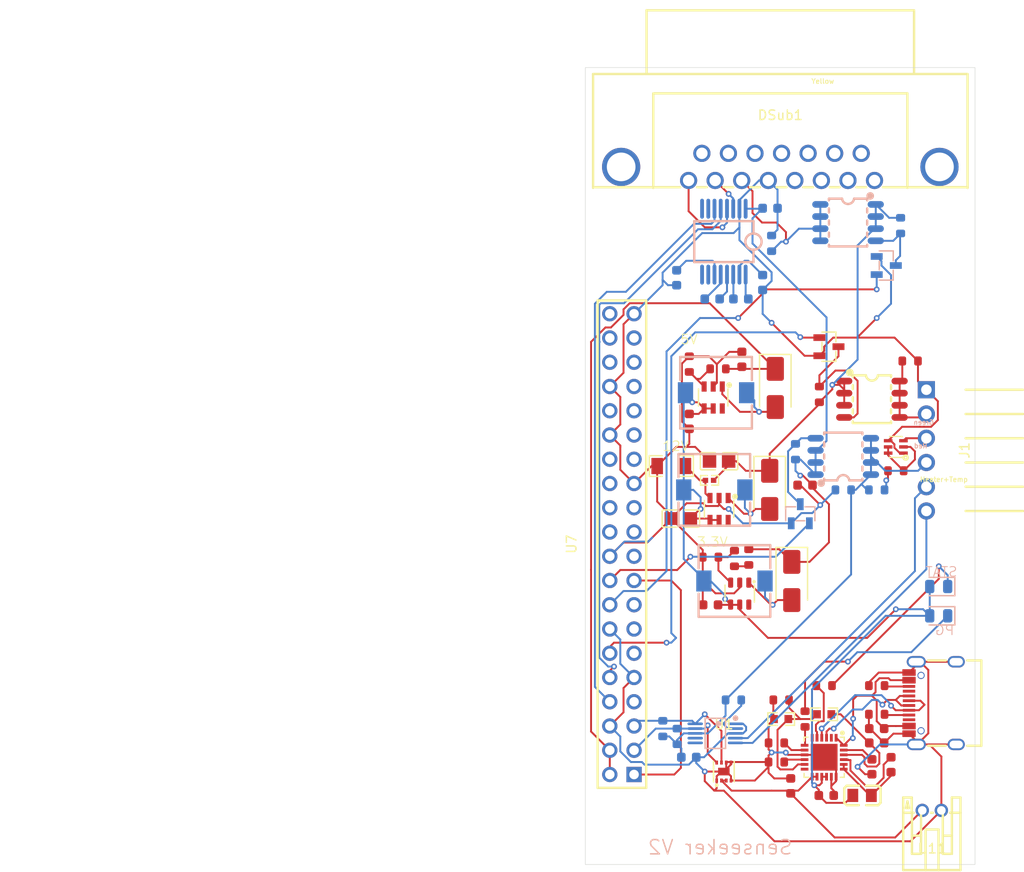
<source format=kicad_pcb>
(kicad_pcb (version 20241229) (generator "pcbnew") (generator_version "9.0")
  (layers (0 "F.Cu" signal) (2 "B.Cu" signal) (13 "F.Paste" user) (15 "B.Paste" user) (5 "F.SilkS" user "F.Silkscreen") (7 "B.SilkS" user "B.Silkscreen") (1 "F.Mask" user) (3 "B.Mask" user) (25 "Edge.Cuts" user))
  (net 0 "")
  (net 1 "/VSYS")
  (net 2 "/VBUS")
  (net 3 "GND")
  (net 4 "Net-(U2-FB)")
  (net 6 "Net-(U3-FB)")
  (net 8 "Net-(U3-SW)")
  (net 9 "Net-(U2-SW)")
  (net 10 "/GPIO3{slash}SCL1")
  (net 11 "Net-(Q1-D)")
  (net 12 "/3.3V")
  (net 13 "/12V")
  (net 14 "/5 Vout")
  (net 15 "/Temp3.3V")
  (net 16 "Net-(U8-V-)")
  (net 17 "Net-(U6-SW)")
  (net 18 "Net-(R18-Pad2)")
  (net 19 "Net-(U6-FB)")
  (net 21 "Net-(U8-V+)")
  (net 22 "Net-(U8-C2+)")
  (net 23 "Net-(U8-C2-)")
  (net 24 "Net-(U8-C1+)")
  (net 25 "Net-(U8-C1-)")
  (net 26 "Net-(R23-Pad1)")
  (net 27 "Net-(U9-ALERT{slash}RDY)")
  (net 28 "Net-(Q6-D)")
  (net 29 "/base")
  (net 30 "Net-(J1-Pad2)")
  (net 31 "Net-(DSub1-Pad3)")
  (net 32 "Net-(J1-Pad3)")
  (net 33 "/A0")
  (net 34 "/A1")
  (net 42 "/UART_RX_13V")
  (net 44 "/UART_TX_13V")
  (net 50 "/GPIO18{slash}PCM.CLK")
  (net 51 "/GPIO24")
  (net 52 "/GPIO23")
  (net 53 "/GPIO15{slash}RXD0")
  (net 54 "/GPIO13{slash}PWM1")
  (net 55 "/GPIO8{slash}SPI0.CE0")
  (net 56 "/GPIO12{slash}PWM0")
  (net 57 "/GPIO16")
  (net 58 "/GPIO5")
  (net 59 "/ID_SCL")
  (net 60 "/GPIO17")
  (net 61 "/GPIO14{slash}TXD0")
  (net 62 "/raspi3.3V")
  (net 63 "/GPIO21{slash}PCM.DOUT")
  (net 64 "/GPIO4{slash}GPCLK0")
  (net 65 "/GPIO10{slash}SPI0.MOSI")
  (net 66 "/GPIO2{slash}SDA1")
  (net 67 "/GPIO25")
  (net 68 "/GPIO22")
  (net 69 "/GPIO11{slash}SPI0.SCLK")
  (net 70 "/GPIO20{slash}PCM.DIN")
  (net 71 "/GPIO7{slash}SPI0.CE1")
  (net 72 "/GPIO19{slash}PCM.FS")
  (net 73 "/GPIO6")
  (net 74 "/GPIO26")
  (net 75 "/GPIO9{slash}SPI0.MISO")
  (net 76 "/GPIO27")
  (net 77 "/ID_SDA")
  (net 82 "/A2")
  (net 83 "/A3")
  (net 84 "Net-(Q4-D)")
  (net 85 "Net-(U10-PMID)")
  (net 86 "/VBAT")
  (net 87 "/REGN")
  (net 88 "Net-(U10-BTST)")
  (net 89 "Net-(C16-Pad2)")
  (net 90 "Net-(D8-Pad1)")
  (net 91 "Net-(D9-Pad1)")
  (net 92 "Net-(U10-STAT)")
  (net 93 "Net-(U10-~{PG})")
  (net 94 "Net-(U10-ICHG)")
  (net 95 "Net-(U10-ILIM)")
  (net 96 "Net-(U10-TS)")
  (net 101 "Net-(USBC1-CC2)")
  (net 102 "Net-(USBC1-CC1)")
  (net 103 "/D+")
  (net 104 "/D-")
  (footprint "PCM_JLCPCB:C_0603" (layer "F.Cu") (at 113.11 126.04 180)
    (property "Reference" "C10" (hide yes))
    (property "Value" "22uF")
  )
  (footprint "" (layer "F.Cu") (at 40.08 122.06)
    (property "Reference" "")
    (property "Value" "")
  )
  (footprint "" (layer "F.Cu") (at 126.8 90.68)
    (property "Reference" "")
    (property "Value" "")
  )
  (footprint "easyeda2kicad:USB-C_SMD-TYPE-C-31-M-12_1" (layer "F.Cu") (at 136.3525 136.33 90)
    (property "Reference" "USBC1" (hide yes))
    (property "Value" "TYPE-C-31-M-12")
  )
  (footprint "easyeda2kicad:C0805" (layer "F.Cu") (at 110 117)
    (property "Reference" "C2" (hide yes))
    (property "Value" "22uf")
  )
  (footprint "PCM_JLCPCB:R_0603" (layer "F.Cu") (at 117.11 121.04 -90)
    (property "Reference" "R18" (hide yes))
    (property "Value" "6.8kΩ")
  )
  (footprint "PCM_JLCPCB:R_0603" (layer "F.Cu") (at 120.5 136 180)
    (property "Reference" "R29" (hide yes))
    (property "Value" "10kΩ")
  )
  (footprint "PCM_JLCPCB:R_0603" (layer "F.Cu") (at 123 138 -90)
    (property "Reference" "R24" (hide yes))
    (property "Value" "2.2kΩ")
  )
  (footprint "" (layer "F.Cu") (at 63.08 122.06)
    (property "Reference" "")
    (property "Value" "")
  )
  (footprint "PCM_JLCPCB:SOT-23-6_L2.9-W1.6-P0.95-LS2.8-BL" (layer "F.Cu") (at 116.16 124.86 180)
    (property "Reference" "U6" (hide yes))
    (property "Value" "MT3608")
  )
  (footprint "PCM_JLCPCB:R_0603" (layer "F.Cu") (at 120 142.5)
    (property "Reference" "R22" (hide yes))
    (property "Value" "240Ω")
  )
  (footprint "easyeda2kicad:SOT-23-3_L2.9-W1.3-P1.90-LS2.4-BR" (layer "F.Cu") (at 125.5 99 180)
    (property "Reference" "Q1" (hide yes))
    (property "Value" "2N7002")
  )
  (footprint "" (layer "F.Cu") (at 63.08 122.06)
    (property "Reference" "")
    (property "Value" "")
  )
  (footprint "easyeda2kicad:VQFN-24_L4.0-W4.0-P0.50-TL-EP2.8" (layer "F.Cu") (at 125 142 -90)
    (property "Reference" "U10" (hide yes))
    (property "Value" "BQ25606RGER")
  )
  (footprint "PCM_JLCPCB:C_0603" (layer "F.Cu") (at 110.885 106.823 -90)
    (property "Reference" "C7" (hide yes))
    (property "Value" "22uF")
  )
  (footprint "PCM_JLCPCB:R_0603" (layer "F.Cu") (at 132.5 112)
    (property "Reference" "R23" (hide yes))
    (property "Value" "240kΩ")
  )
  (footprint "" (layer "F.Cu") (at 103.8 90.68)
    (property "Reference" "")
    (property "Value" "")
  )
  (footprint "PCM_JLCPCB:C_0603" (layer "F.Cu") (at 132 142.78 -90)
    (property "Reference" "C16" (hide yes))
    (property "Value" "47nF")
  )
  (footprint "PCM_JLCPCB:R_0603" (layer "F.Cu") (at 113.11 121.04 180)
    (property "Reference" "R19" (hide yes))
    (property "Value" "2kΩ")
  )
  (footprint "" (layer "F.Cu") (at 126.8 90.68)
    (property "Reference" "")
    (property "Value" "")
  )
  (footprint "easyeda2kicad:C0805" (layer "F.Cu") (at 114 111)
    (property "Reference" "C1" (hide yes))
    (property "Value" "22uf")
  )
  (footprint "easyeda2kicad:R0603" (layer "F.Cu") (at 120.5 138 180)
    (property "Reference" "R28" (hide yes))
    (property "Value" "30.1kohm")
  )
  (footprint "easyeda2kicad:CONN-TH_S2B-PH-K-S-GW" (layer "F.Cu") (at 136.27 147.5675 180)
    (property "Reference" "U11")
    (property "Value" "Battery Input")
  )
  (footprint "PCM_JLCPCB:D_SMA" (layer "F.Cu") (at 121.61 123.54 -90)
    (property "Reference" "D6" (hide yes))
    (property "Value" "SS34")
  )
  (footprint "easyeda2kicad:SOT-23-6_L2.9-W1.6-P0.95-LS2.8-BL" (layer "F.Cu") (at 113.385 104.323 180)
    (property "Reference" "U2" (hide yes))
    (property "Value" "MT3608")
  )
  (footprint "PCM_JLCPCB:C_0603" (layer "F.Cu") (at 116.385 100.323 -90)
    (property "Reference" "C4" (hide yes))
    (property "Value" "22uF")
  )
  (footprint "PCM_JLCPCB:R_0603" (layer "F.Cu") (at 124.5 104 -90)
    (property "Reference" "R14" (hide yes))
    (property "Value" "10kΩ")
  )
  (footprint "PCM_JLCPCB:C_0603" (layer "F.Cu") (at 123 113.5)
    (property "Reference" "C11" (hide yes))
    (property "Value" "22uF")
  )
  (footprint "PCM_JLCPCB:C_0603" (layer "F.Cu") (at 125.22 146 180)
    (property "Reference" "C22" (hide yes))
    (property "Value" "10uF")
  )
  (footprint "" (layer "F.Cu") (at 40.08 64.04)
    (property "Reference" "")
    (property "Value" "")
  )
  (footprint "PCM_JLCPCB:R_0603" (layer "F.Cu") (at 115.61 121.18 90)
    (property "Reference" "R20" (hide yes))
    (property "Value" "2.2kΩ")
  )
  (footprint "PCM_JLCPCB:D_SMA" (layer "F.Cu") (at 119.885 103.323 -90)
    (property "Reference" "D5" (hide yes))
    (property "Value" "SS34")
  )
  (footprint "" (layer "F.Cu") (at 103.8 90.68)
    (property "Reference" "")
    (property "Value" "")
  )
  (footprint "PCM_JLCPCB:R_0603" (layer "F.Cu") (at 125 134.5 180)
    (property "Reference" "R17" (hide yes))
    (property "Value" "2.2kΩ")
  )
  (footprint "PCM_JLCPCB:C_0603" (layer "F.Cu") (at 121.5 145 -90)
    (property "Reference" "C14" (hide yes))
    (property "Value" "10uF")
  )
  (footprint "easyeda2kicad:SOT-23-6_L2.9-W1.6-P0.95-LS2.8-BL" (layer "F.Cu") (at 114 116 180)
    (property "Reference" "U3" (hide yes))
    (property "Value" "MT3608")
  )
  (footprint "easyeda2kicad:SOP-8_L5.0-W4.0-P1.27-LS6.2-BL" (layer "F.Cu") (at 130 104.5 -90)
    (property "Reference" "Q2" (hide yes))
    (property "Value" "CJQ4435")
  )
  (footprint "" (layer "F.Cu") (at 126.8 90.68)
    (property "Reference" "")
    (property "Value" "")
  )
  (footprint "" (layer "F.Cu") (at 63.08 64.04)
    (property "Reference" "")
    (property "Value" "")
  )
  (footprint "PCM_JLCPCB:C_0603" (layer "F.Cu") (at 130.5 139)
    (property "Reference" "C9" (hide yes))
    (property "Value" "1uF")
  )
  (footprint "easyeda2kicad:L0805" (layer "F.Cu") (at 128.97 146 180)
    (property "Reference" "L4" (hide yes))
    (property "Value" "SDFL2012Q1R0KTF")
  )
  (footprint "PCM_JLCPCB:R_0603" (layer "F.Cu") (at 110.885 100.823 90)
    (property "Reference" "R3" (hide yes))
    (property "Value" "3kΩ")
  )
  (footprint "PCM_JLCPCB:R_0603" (layer "F.Cu") (at 120 140.5)
    (property "Reference" "R25" (hide yes))
    (property "Value" "150Ω")
  )
  (footprint "" (layer "F.Cu") (at 40.08 64.04)
    (property "Reference" "")
    (property "Value" "")
  )
  (footprint "easyeda2kicad:HDR-TH_6P-P2.54-H-M-W10.0" (layer "F.Cu") (at 135.7 109.86 -90)
    (property "Reference" "J1")
    (property "Value" "2.54-1*6PHeader-RA")
  )
  (footprint "easyeda2kicad:R0402" (layer "F.Cu") (at 113 113 180)
    (property "Reference" "R2" (hide yes))
    (property "Value" "215kohm")
  )
  (footprint "" (layer "F.Cu") (at 126.8 148.7)
    (property "Reference" "")
    (property "Value" "")
  )
  (footprint "" (layer "F.Cu") (at 103.8 148.7)
    (property "Reference" "")
    (property "Value" "")
  )
  (footprint "" (layer "F.Cu") (at 63.08 64.04)
    (property "Reference" "")
    (property "Value" "")
  )
  (footprint "" (layer "F.Cu") (at 126.8 90.68)
    (property "Reference" "")
    (property "Value" "")
  )
  (footprint "PCM_JLCPCB:C_0603" (layer "F.Cu") (at 130.5 140.5)
    (property "Reference" "C15" (hide yes))
    (property "Value" "4.7uF")
  )
  (footprint "easyeda2kicad:R1206" (layer "F.Cu") (at 109 111.5)
    (property "Reference" "R1" (hide yes))
    (property "Value" "11.3kohm")
  )
  (footprint "easyeda2kicad:TDFN-8_L2.0-W2.0-P0.50-BL-EP1.2" (layer "F.Cu") (at 114.5 143.5)
    (property "Reference" "U1")
    (property "Value" "MAX17048G+T10")
  )
  (footprint "PCM_JLCPCB:C_0603" (layer "F.Cu") (at 130 143 90)
    (property "Reference" "C13" (hide yes))
    (property "Value" "10uF")
  )
  (footprint "easyeda2kicad:SOT-363-6_L2.2-W1.3-P0.65-LS2.1-BL" (layer "F.Cu") (at 132.5 109.5 90)
    (property "Reference" "Q3" (hide yes))
    (property "Value" "currentmirror")
  )
  (footprint "" (layer "F.Cu") (at 63.08 64.04)
    (property "Reference" "")
    (property "Value" "")
  )
  (footprint "PCM_JLCPCB:R_0603" (layer "F.Cu") (at 134 100.5)
    (property "Reference" "RPROG5" (hide yes))
    (property "Value" "1kΩ")
  )
  (footprint "easyeda2kicad:DSUB-TH_DS1037-15FNAKT74-0CC" (layer "F.Cu") (at 120.41 80.17)
    (property "Reference" "DSub1")
    (property "Value" "DS1037-15FNAKT74-0CC")
  )
  (footprint "PCM_JLCPCB:R_0603" (layer "F.Cu") (at 130.5 137.5 180)
    (property "Reference" "R31" (hide yes))
    (property "Value" "5.1kΩ")
  )
  (footprint "PCM_JLCPCB:D_SMA" (layer "F.Cu") (at 119.3 114 -90)
    (property "Reference" "D4" (hide yes))
    (property "Value" "SS34")
  )
  (footprint "" (layer "F.Cu") (at 126.8 148.7)
    (property "Reference" "")
    (property "Value" "")
  )
  (footprint "easyeda2kicad:R0603" (layer "F.Cu") (at 125 137.5 180)
    (property "Reference" "R27" (hide yes))
    (property "Value" "5.23kohm")
  )
  (footprint "" (layer "F.Cu") (at 63.08 64.04)
    (property "Reference" "")
    (property "Value" "")
  )
  (footprint "PCM_JLCPCB:R_0603" (layer "F.Cu") (at 113.885 101.323 180)
    (property "Reference" "R10" (hide yes))
    (property "Value" "22kΩ")
  )
  (footprint "PCM_JLCPCB:R_0603" (layer "F.Cu") (at 130.5 134.5 180)
    (property "Reference" "R30" (hide yes))
    (property "Value" "5.1kΩ")
  )
  (footprint "easyeda2kicad:HDR-TH_40P-P2.54-V-F-R2-C20-S2.54" (layer "F.Cu") (at 103.83 119.68 90)
    (property "Reference" "U7")
    (property "Value" "2.54-2*20")
  )
  (footprint "easyeda2kicad:IND-SMD_L7.5-W7.5" (layer "B.Cu") (at 113.685 103.823)
    (property "Reference" "L1" (hide yes))
    (property "Value" "22uH")
  )
  (footprint "PCM_JLCPCB:D_0805" (layer "B.Cu") (at 136.99 124.12 180)
    (property "Reference" "D8" (hide yes))
    (property "Value" "Red")
  )
  (footprint "PCM_JLCPCB:R_0603" (layer "B.Cu") (at 115.5 136)
    (property "Reference" "R13" (hide yes))
    (property "Value" "5.1kΩ")
  )
  (footprint "easyeda2kicad:SOT-23-3_L2.9-W1.3-P1.90-LS2.4-BR" (layer "B.Cu") (at 122.5 116.5 -90)
    (property "Reference" "Q4" (hide yes))
    (property "Value" "2N7002")
  )
  (footprint "easyeda2kicad:SOT-23-3_L2.9-W1.3-P1.90-LS2.4-BR" (layer "B.Cu") (at 131.5 90.5 180)
    (property "Reference" "Q6" (hide yes))
    (property "Value" "2N7002")
  )
  (footprint "PCM_JLCPCB:R_0603" (layer "B.Cu") (at 108.11 139 90)
    (property "Reference" "R12" (hide yes))
    (property "Value" "5.1kΩ")
  )
  (footprint "PCM_JLCPCB:R_0603" (layer "B.Cu") (at 122 110 -90)
    (property "Reference" "R16" (hide yes))
    (property "Value" "10kΩ")
  )
  (footprint "easyeda2kicad:SOP-8_L5.0-W4.0-P1.27-LS6.2-BL" (layer "B.Cu") (at 127 110.5 90)
    (property "Reference" "Q5" (hide yes))
    (property "Value" "CJQ4435")
  )
  (footprint "PCM_JLCPCB:C_0603" (layer "B.Cu") (at 110.83 142)
    (property "Reference" "C12" (hide yes))
    (property "Value" "100nF")
  )
  (footprint "PCM_JLCPCB:R_0603" (layer "B.Cu") (at 133 86.32 90)
    (property "Reference" "R15" (hide yes))
    (property "Value" "10kΩ")
  )
  (footprint "PCM_JLCPCB:C_0603" (layer "B.Cu") (at 116.28 94 180)
    (property "Reference" "C20" (hide yes))
    (property "Value" "100nF")
  )
  (footprint "PCM_JLCPCB:D_0805" (layer "B.Cu") (at 136.99 127.19 180)
    (property "Reference" "D9" (hide yes))
    (property "Value" "Green")
  )
  (footprint "PCM_JLCPCB:C_0603" (layer "B.Cu") (at 109.56 91.78 -90)
    (property "Reference" "C17" (hide yes))
    (property "Value" "100nF")
  )
  (footprint "PCM_JLCPCB:R_0603" (layer "B.Cu") (at 119.5 88.18 90)
    (property "Reference" "RPROG6" (hide yes))
    (property "Value" "1kΩ")
  )
  (footprint "PCM_JLCPCB:C_0603" (layer "B.Cu") (at 119.34 84.5)
    (property "Reference" "C21" (hide yes))
    (property "Value" "100nF")
  )
  (footprint "PCM_JLCPCB:R_0603" (layer "B.Cu") (at 109.61 139.82 90)
    (property "Reference" "R21" (hide yes))
    (property "Value" "5.1kΩ")
  )
  (footprint "easyeda2kicad:SOP-8_L5.0-W4.0-P1.27-LS6.2-BL" (layer "B.Cu") (at 127.5 86 -90)
    (property "Reference" "Q7" (hide yes))
    (property "Value" "CJQ4435")
  )
  (footprint "PCM_JLCPCB:R_0603" (layer "B.Cu") (at 130.5 114)
    (property "Reference" "R4" (hide yes))
    (property "Value" "20kΩ")
  )
  (footprint "PCM_JLCPCB:C_0603" (layer "B.Cu") (at 118.56 92.28 -90)
    (property "Reference" "C18" (hide yes))
    (property "Value" "100nF")
  )
  (footprint "easyeda2kicad:SSOP-16_L6.2-W5.3-P0.65-LS7.8-BL" (layer "B.Cu") (at 114.5 88 180)
    (property "Reference" "U8" (hide yes))
    (property "Value" "MAX3232CDBR")
  )
  (footprint "easyeda2kicad:IND-SMD_L7.5-W7.5" (layer "B.Cu") (at 113.5 114)
    (property "Reference" "L2" (hide yes))
    (property "Value" "22uH")
  )
  (footprint "easyeda2kicad:MSOP-10_L3.0-W3.0-P0.50-LS5.0-BL" (layer "B.Cu") (at 113.61 139.5 -90)
    (property "Reference" "U9" (hide yes))
    (property "Value" "ADS1115IDGSR")
  )
  (footprint "PCM_JLCPCB:C_0603" (layer "B.Cu") (at 113.28 94 180)
    (property "Reference" "C19" (hide yes))
    (property "Value" "100nF")
  )
  (footprint "easyeda2kicad:IND-SMD_L7.5-W7.5" (layer "B.Cu") (at 115.61 123.54)
    (property "Reference" "L3" (hide yes))
    (property "Value" "22uH")
  )
  (footprint "PCM_JLCPCB:R_0603" (layer "B.Cu") (at 127 114 180)
    (property "Reference" "RPROG4" (hide yes))
    (property "Value" "1kΩ")
  )
  (gr_rect (start 100 69.76625) (end 140.79 153.23625) (stroke (width 0.05)) (fill no) (layer "Edge.Cuts"))
  (gr_text "5V" (at 109.885 98.823 0) (layer "F.SilkS") (effects (font (size 1 1) (thickness 0.1)) (justify left bottom)))
  (gr_text "Yellow" (at 123.61 71.49 0) (layer "F.SilkS") (effects (font (size 0.5 0.5) (thickness 0.1)) (justify left bottom)))
  (gr_text "3.3V" (at 111.61 120.04 0) (layer "F.SilkS") (effects (font (size 1 1) (thickness 0.1)) (justify left bottom)))
  (gr_text "Heater+Temp" (at 134.98 113.2 0) (layer "F.SilkS") (effects (font (size 0.5 0.5) (thickness 0.1)) (justify left bottom)))
  (gr_text "12V" (at 108 110 0) (layer "F.SilkS") (effects (font (size 1 1) (thickness 0.1)) (justify left bottom)))
  (gr_text "Green" (at 136.54 107.23 -0) (layer "B.SilkS") (effects (font (size 0.5 0.5) (thickness 0.1)) (justify left bottom mirror)))
  (gr_text "Senseeker V2" (at 121.78 152.31 -0) (layer "B.SilkS") (effects (font (size 1.5 1.5)) (justify left bottom mirror)))
  (gr_text "Red\n" (at 135.86 109.68 -0) (layer "B.SilkS") (effects (font (size 0.5 0.5) (thickness 0.1)) (justify left bottom mirror)))
  (gr_text "STAT" (at 139.01 123.16 0) (layer "B.SilkS") (effects (font (size 1 1) (thickness 0.1)) (justify left bottom mirror)))
  (gr_text "PG" (at 138.68 129.29 0) (layer "B.SilkS") (effects (font (size 1 1) (thickness 0.1)) (justify left bottom mirror)))
  (segment (start 124.44 146) (end 125.216 146.776) (width 0.2) (layer "F.Cu") (net 1))
  (segment (start 123.962762 144.936047) (end 123.962762 145.022762) (width 0.2) (layer "F.Cu") (net 1))
  (segment (start 124.44 146) (end 124.44 145.413285) (width 0.2) (layer "F.Cu") (net 1))
  (segment (start 111.865 106.043) (end 112.435 105.473) (width 0.2) (layer "F.Cu") (net 1))
  (segment (start 116.16 126.545) (end 116.16 126.01) (width 0.2) (layer "F.Cu") (net 1))
  (segment (start 124.44 145.413285) (end 123.962762 144.936047) (width 0.2) (layer "F.Cu") (net 1))
  (segment (start 110.885 106.043) (end 111.865 106.043) (width 0.2) (layer "F.Cu") (net 1))
  (segment (start 124.75 144.04) (end 125.25 144.04) (width 0.2) (layer "F.Cu") (net 1))
  (segment (start 124.75 144.692) (end 124.505953 144.936047) (width 0.2) (layer "F.Cu") (net 1))
  (segment (start 112.9 117) (end 113.05 117.15) (width 0.2) (layer "F.Cu") (net 1))
  (segment (start 111.185 104.823) (end 111.785 104.823) (width 0.2) (layer "F.Cu") (net 1))
  (segment (start 124.75 144.04) (end 124.75 144.692) (width 0.2) (layer "F.Cu") (net 1))
  (segment (start 112.435 105.473) (end 113.385 105.473) (width 0.2) (layer "F.Cu") (net 1))
  (segment (start 127.224 146.776) (end 128 146) (width 0.2) (layer "F.Cu") (net 1))
  (segment (start 132.5 126.5) (end 129.5 129.5) (width 0.2) (layer "F.Cu") (net 1))
  (segment (start 111.785 104.823) (end 112.435 105.473) (width 0.2) (layer "F.Cu") (net 1))
  (segment (start 129.5 129.5) (end 119.115 129.5) (width 0.2) (layer "F.Cu") (net 1))
  (segment (start 116.13 126.04) (end 116.16 126.01) (width 0.2) (layer "F.Cu") (net 1))
  (segment (start 111 117) (end 112.9 117) (width 0.2) (layer "F.Cu") (net 1))
  (segment (start 114.635 125.435) (end 115.21 126.01) (width 0.2) (layer "F.Cu") (net 1))
  (segment (start 125.216 146.776) (end 127.224 146.776) (width 0.2) (layer "F.Cu") (net 1))
  (segment (start 124.505953 144.936047) (end 123.962762 144.936047) (width 0.2) (layer "F.Cu") (net 1))
  (segment (start 119.115 129.5) (end 116.16 126.545) (width 0.2) (layer "F.Cu") (net 1))
  (segment (start 114 117.15) (end 113.05 117.15) (width 0.2) (layer "F.Cu") (net 1))
  (segment (start 113.89 126.04) (end 116.13 126.04) (width 0.2) (layer "F.Cu") (net 1))
  (segment (start 112 116) (end 111 117) (width 0.2) (layer "F.Cu") (net 1))
  (segment (start 112.07 116) (end 112 116) (width 0.2) (layer "F.Cu") (net 1))
  (via (at 112.07 116) (size 0.6) (drill 0.3) (layers "F.Cu" "B.Cu") (net 1))
  (via (at 123.962762 144.936047) (size 0.6) (drill 0.3) (layers "F.Cu" "B.Cu") (net 1))
  (via (at 114.635 125.435) (size 0.6) (drill 0.3) (layers "F.Cu" "B.Cu") (net 1))
  (via (at 111.185 104.823) (size 0.6) (drill 0.3) (layers "F.Cu" "B.Cu") (net 1))
  (via (at 132.5 126.5) (size 0.6) (drill 0.3) (layers "F.Cu" "B.Cu") (net 1))
  (segment (start 136.05 127.19) (end 135.36 126.5) (width 0.2) (layer "B.Cu") (net 1))
  (segment (start 123.728528 134.892999) (end 131.431527 127.19) (width 0.2) (layer "B.Cu") (net 1))
  (segment (start 123.962762 144.936047) (end 123.728528 144.701813) (width 0.2) (layer "B.Cu") (net 1))
  (segment (start 136.05 124.12) (end 136.05 127.19) (width 0.2) (layer "B.Cu") (net 1))
  (segment (start 110.3 114) (end 110.3 104.008) (width 0.2) (layer "B.Cu") (net 1))
  (segment (start 110.3 121.23) (end 110.3 114) (width 0.2) (layer "B.Cu") (net 1))
  (segment (start 112.41 123.34) (end 110.3 121.23) (width 0.2) (layer "B.Cu") (net 1))
  (segment (start 113.11 123.54) (end 112.41 123.54) (width 0.2) (layer "B.Cu") (net 1))
  (segment (start 123.728528 144.701813) (end 123.728528 134.892999) (width 0.2) (layer "B.Cu") (net 1))
  (segment (start 110.3 104.008) (end 110.485 103.823) (width 0.2) (layer "B.Cu") (net 1))
  (segment (start 110.485 103.823) (end 110.485 104.123) (width 0.2) (layer "B.Cu") (net 1))
  (segment (start 131.431527 127.19) (end 136.05 127.19) (width 0.2) (layer "B.Cu") (net 1))
  (segment (start 112.07 114.77) (end 111.3 114) (width 0.2) (layer "B.Cu") (net 1))
  (segment (start 111.3 114) (end 110.3 114) (width 0.2) (layer "B.Cu") (net 1))
  (segment (start 112.41 123.54) (end 112.41 123.34) (width 0.2) (layer "B.Cu") (net 1))
  (segment (start 135.36 126.5) (end 132.5 126.5) (width 0.2) (layer "B.Cu") (net 1))
  (segment (start 114.635 125.435) (end 114.635 125.065) (width 0.2) (layer "B.Cu") (net 1))
  (segment (start 110.485 104.123) (end 111.185 104.823) (width 0.2) (layer "B.Cu") (net 1))
  (segment (start 112.07 116) (end 112.07 114.77) (width 0.2) (layer "B.Cu") (net 1))
  (segment (start 114.635 125.065) (end 113.11 123.54) (width 0.2) (layer "B.Cu") (net 1))
  (segment (start 130.5 136.0605) (end 130.5 138.22) (width 0.2) (layer "F.Cu") (net 2))
  (segment (start 131.733064 133.724) (end 130.787936 133.724) (width 0.2) (layer "F.Cu") (net 2))
  (segment (start 131.55 138.73) (end 132.5 138.73) (width 0.2) (layer "F.Cu") (net 2))
  (segment (start 130.381 134.130936) (end 130.381 135.1795) (width 0.2) (layer "F.Cu") (net 2))
  (segment (start 128 140) (end 127.8 140) (width 0.2) (layer "F.Cu") (net 2))
  (segment (start 128.034265 135.965735) (end 128.4395 135.5605) (width 0.2) (layer "F.Cu") (net 2))
  (segment (start 130 135.5605) (end 130.5 136.0605) (width 0.2) (layer "F.Cu") (net 2))
  (segment (start 130.5 138.22) (end 131.28 139) (width 0.2) (layer "F.Cu") (net 2))
  (segment (start 130.787936 133.724) (end 130.381 134.130936) (width 0.2) (layer "F.Cu") (net 2))
  (segment (start 131.28 139) (end 131.55 138.73) (width 0.2) (layer "F.Cu") (net 2))
  (segment (start 132.5 138.73) (end 133.8825 138.73) (width 0.2) (layer "F.Cu") (net 2))
  (segment (start 126.26 139.96) (end 127.05 140.75) (width 0.2) (layer "F.Cu") (net 2))
  (segment (start 127.8 140) (end 127.05 140.75) (width 0.2) (layer "F.Cu") (net 2))
  (segment (start 128.4395 135.5605) (end 130 135.5605) (width 0.2) (layer "F.Cu") (net 2))
  (segment (start 133.8825 133.93) (end 131.939064 133.93) (width 0.2) (layer "F.Cu") (net 2))
  (segment (start 126.25 139.96) (end 126.26 139.96) (width 0.2) (layer "F.Cu") (net 2))
  (segment (start 130.381 135.1795) (end 130 135.5605) (width 0.2) (layer "F.Cu") (net 2))
  (segment (start 128.034265 137.965735) (end 128.034265 135.965735) (width 0.2) (layer "F.Cu") (net 2))
  (segment (start 131.939064 133.93) (end 131.733064 133.724) (width 0.2) (layer "F.Cu") (net 2))
  (via (at 128.034265 137.965735) (size 0.6) (drill 0.3) (layers "F.Cu" "B.Cu") (net 2))
  (via (at 128 140) (size 0.6) (drill 0.3) (layers "F.Cu" "B.Cu") (net 2))
  (segment (start 128.034265 137.965735) (end 128 138) (width 0.2) (layer "B.Cu") (net 2))
  (segment (start 128 138) (end 128 140) (width 0.2) (layer "B.Cu") (net 2))
  (segment (start 134.82 102.63) (end 135.7 103.51) (width 0.2) (layer "F.Cu") (net 3))
  (segment (start 115.057936 99.543) (end 113.766 100.834936) (width 0.2) (layer "F.Cu") (net 3))
  (segment (start 112.934064 100.003) (end 113.766 100.834936) (width 0.2) (layer "F.Cu") (net 3))
  (segment (start 133.8825 139.53) (end 132.25 139.53) (width 0.2) (layer "F.Cu") (net 3))
  (segment (start 134.6425 132) (end 135.0425 132) (width 0.2) (layer "F.Cu") (net 3))
  (segment (start 114 115.5) (end 114 115.585) (width 0.2) (layer "F.Cu") (net 3))
  (segment (start 110.601 115.399) (end 109 117) (width 0.2) (layer "F.Cu") (net 3))
  (segment (start 113.75 144.44) (end 113.75 143.988) (width 0.2) (layer "F.Cu") (net 3))
  (segment (start 110.885 107.603) (end 110.885 109.185) (width 0.2) (layer "F.Cu") (net 3))
  (segment (start 114.762 143.5) (end 114.5 143.5) (width 0.2) (layer "F.Cu") (net 3))
  (segment (start 115.25 144.44) (end 117.74 144.44) (width 0.2) (layer "F.Cu") (net 3))
  (segment (start 107.52 111.5) (end 109.52 109.5) (width 0.2) (layer "F.Cu") (net 3))
  (segment (start 103.999 137.291) (end 103.999 134.751) (width 0.2) (layer "F.Cu") (net 3))
  (segment (start 119.18 142.5) (end 119.18 143) (width 0.2) (layer "F.Cu") (net 3))
  (segment (start 117.74 144.44) (end 119.18 143) (width 0.2) (layer "F.Cu") (net 3))
  (segment (start 110.885 107.603) (end 110.109 106.827) (width 0.2) (layer "F.Cu") (net 3))
  (segment (start 106.93 111.5) (end 107.52 111.5) (width 0.2) (layer "F.Cu") (net 3))
  (segment (start 138.8225 132) (end 134.6425 132) (width 0.2) (layer "F.Cu") (net 3))
  (segment (start 109.52 109.5) (end 110.57 109.5) (width 0.2) (layer "F.Cu") (net 3))
  (segment (start 134.6425 132) (end 134.6425 132.37) (width 0.2) (layer "F.Cu") (net 3))
  (segment (start 130.71 133.13) (end 133.8825 133.13) (width 0.2) (layer "F.Cu") (net 3))
  (segment (start 134.6425 140.29) (end 133.8825 139.53) (width 0.2) (layer "F.Cu") (net 3))
  (segment (start 110.109 100.779) (end 110.885 100.003) (width 0.2) (layer "F.Cu") (net 3))
  (segment (start 138.8225 140.66) (end 136 140.66) (width 0.2) (layer "F.Cu") (net 3))
  (segment (start 112.605943 115.686) (end 112.318943 115.399) (width 0.2) (layer "F.Cu") (net 3))
  (segment (start 131.975 108.85) (end 131.7 108.85) (width 0.2) (layer "F.Cu") (net 3))
  (segment (start 112.5 143.5) (end 114.5 143.5) (width 0.2) (layer "F.Cu") (net 3))
  (segment (start 112.318943 115.399) (end 110.601 115.399) (width 0.2) (layer "F.Cu") (net 3))
  (segment (start 136 140.66) (end 134.6425 140.66) (width 0.2) (layer "F.Cu") (net 3))
  (segment (start 125 142) (end 126.25 143.25) (width 0.2) (layer "F.Cu") (net 3))
  (segment (start 133.3 110.15) (end 132.923 110.15) (width 0.2) (layer "F.Cu") (net 3))
  (segment (start 119.18 141.18) (end 119.18 140.5) (width 0.2) (layer "F.Cu") (net 3))
  (segment (start 113.75 143.988) (end 114.238 143.5) (width 0.2) (layer "F.Cu") (net 3))
  (segment (start 105.1 113.33) (end 103.661 111.891) (width 0.2) (layer "F.Cu") (net 3))
  (segment (start 115.25 142.75) (end 114.5 143.5) (width 0.2) (layer "F.Cu") (net 3))
  (segment (start 119.5 141.5) (end 119.18 141.82) (width 0.2) (layer "F.Cu") (net 3))
  (segment (start 119.78 144.22) (end 121.5 144.22) (width 0.2) (layer "F.Cu") (net 3))
  (segment (start 129.68 138.96) (end 129.72 139) (width 0.2) (layer "F.Cu") (net 3))
  (segment (start 114.5 116) (end 114 115.5) (width 0.2) (layer "F.Cu") (net 3))
  (segment (start 122.95 141.75) (end 121.22147 141.75) (width 0.2) (layer "F.Cu") (net 3))
  (segment (start 112.29 123.5) (end 112.29 121.04) (width 0.2) (layer "F.Cu") (net 3))
  (segment (start 133.161 107.389) (end 131.7 108.85) (width 0.2) (layer "F.Cu") (net 3))
  (segment (start 113.5 145.5) (end 112.5 144.5) (width 0.2) (layer "F.Cu") (net 3))
  (segment (start 125 142) (end 124.75 141.75) (width 0.2) (layer "F.Cu") (net 3))
  (segment (start 113.766 100.834936) (end 113.766 102.792) (width 0.2) (layer "F.Cu") (net 3))
  (segment (start 103.999 119.511) (end 102.56 120.95) (width 0.2) (layer "F.Cu") (net 3))
  (segment (start 125 99.45) (end 124.5 99.95) (width 0.2) (layer "F.Cu") (net 3))
  (segment (start 112.33 125.74) (end 112.29 125.7) (width 0.2) (layer "F.Cu") (net 3))
  (segment (start 122.95 99.95) (end 124.5 99.95) (width 0.2) (layer "F.Cu") (net 3))
  (segment (start 113.624 124.834) (end 112.29 123.5) (width 0.2) (layer "F.Cu") (net 3))
  (segment (start 129.68 134.5) (end 129.68 134.16) (width 0.2) (layer "F.Cu") (net 3))
  (segment (start 132.351 109.578) (end 132.351 109.226) (width 0.2) (layer "F.Cu") (net 3))
  (segment (start 103.661 111.891) (end 103.661 109.5) (width 0.2) (layer "F.Cu") (net 3))
  (segment (start 119.18 138.57) (end 119.18 140.5) (width 0.2) (layer "F.Cu") (net 3))
  (segment (start 130 143.78) (end 129.28 143.78) (width 0.2) (layer "F.Cu") (net 3))
  (segment (start 129.68 134.16) (end 130.71 133.13) (width 0.2) (layer "F.Cu") (net 3))
  (segment (start 124.75 141.75) (end 122.95 141.75) (width 0.2) (layer "F.Cu") (net 3))
  (segment (start 103.999 134.751) (end 105.1 133.65) (width 0.2) (layer "F.Cu") (net 3))
  (segment (start 113.75 145.25) (end 113.5 145.5) (width 0.2) (layer "F.Cu") (net 3))
  (segment (start 109 117) (end 109 116.7) (width 0.2) (layer "F.Cu") (net 3))
  (segment (start 112.29 120.29) (end 109 117) (width 0.2) (layer "F.Cu") (net 3))
  (segment (start 129.78 139) (end 129.72 139) (width 0.2) (layer "F.Cu") (net 3))
  (segment (start 119.18 141.82) (end 119.18 142.5) (width 0.2) (layer "F.Cu") (net 3))
  (segment (start 129.68 137.5) (end 129.68 138.96) (width 0.2) (layer "F.Cu") (net 3))
  (segment (start 135.901 132.8585) (end 135.901 139.498219) (width 0.2) (layer "F.Cu") (net 3))
  (segment (start 109 116.7) (end 107.52 115.22) (width 0.2) (layer "F.Cu") (net 3))
  (segment (start 113.899 115.686) (end 112.605943 115.686) (width 0.2) (layer "F.Cu") (net 3))
  (segment (start 129.28 143.78) (end 128.5 143) (width 0.2) (layer "F.Cu") (net 3))
  (segment (start 125.75 145.25) (end 125.75 145) (width 0.2) (layer "F.Cu") (net 3))
  (segment (start 112.33 126.04) (end 112.33 125.74) (width 0.2) (layer "F.Cu") (net 3))
  (segment (start 134.82 100.5) (end 134.82 102.63) (width 0.2) (layer "F.Cu") (net 3))
  (segment (start 125 99) (end 125 99.45) (width 0.2) (layer "F.Cu") (net 3))
  (segment (start 114.238 143.5) (end 114.5 143.5) (width 0.2) (layer "F.Cu") (net 3))
  (segment (start 112.29 125.7) (end 112.29 123.5) (width 0.2) (layer "F.Cu") (net 3))
  (segment (start 114.75 142.56) (end 114.81 142.5) (width 0.2) (layer "F.Cu") (net 3))
  (segment (start 136.543236 107.043236) (end 136.197471 107.389) (width 0.2) (layer "F.Cu") (net 3))
  (segment (start 114 115.585) (end 113.899 115.686) (width 0.2) (layer "F.Cu") (net 3))
  (segment (start 116.16 123.71) (end 116.16 124.245) (width 0.2) (layer "F.Cu") (net 3))
  (segment (start 113.766 102.792) (end 113.385 103.173) (width 0.2) (layer "F.Cu") (net 3))
  (segment (start 136.197471 107.389) (end 133.161 107.389) (width 0.2) (layer "F.Cu") (net 3))
  (segment (start 137.27 141.93) (end 136 140.66) (width 0.2) (layer "F.Cu") (net 3))
  (segment (start 134.6425 132.37) (end 133.8825 133.13) (width 0.2) (layer "F.Cu") (net 3))
  (segment (start 136.901 106.685471) (end 136.543236 107.043236) (width 0.2) (layer "F.Cu") (net 3))
  (segment (start 119.75 138) (end 119.18 138.57) (width 0.2) (layer "F.Cu") (net 3))
  (segment (start 125.75 145) (end 125.75 144.04) (width 0.2) (layer "F.Cu") (net 3))
  (segment (start 121.5 144.22) (end 121.5 143.94) (width 0.2) (layer "F.Cu") (net 3))
  (segment (start 116.16 124.245) (end 115.571 124.834) (width 0.2) (layer "F.Cu") (net 3))
  (segment (start 126 145.5) (end 125.75 145.25) (width 0.2) (layer "F.Cu") (net 3))
  (segment (start 110.57 109.5) (end 111.5 109.5) (width 0.2) (layer "F.Cu") (net 3))
  (segment (start 137.27 147.5675) (end 137.27 141.93) (width 0.2) (layer "F.Cu") (net 3))
  (segment (start 114.5 145.5) (end 113.5 145.5) (width 0.2) (layer "F.Cu") (net 3))
  (segment (start 109 117) (end 106.489 119.511) (width 0.2) (layer "F.Cu") (net 3))
  (segment (start 105.1 113.33) (end 106.93 111.5) (width 0.2) (layer "F.Cu") (net 3))
  (segment (start 119.68 136) (end 119.68 137.93) (width 0.2) (layer "F.Cu") (net 3))
  (segment (start 123.75 139.96) (end 123.75 140.75) (width 0.2) (layer "F.Cu") (net 3))
  (segment (start 126.25 144.5) (end 125.75 145) (width 0.2) (layer "F.Cu") (net 3))
  (segment (start 114.75 142.56) (end 114.75 143.25) (width 0.2) (layer "F.Cu") (net 3))
  (segment (start 132.351 109.226) (end 131.975 108.85) (width 0.2) (layer "F.Cu") (net 3))
  (segment (start 103.999 96.651) (end 105.1 95.55) (width 0.2) (layer "F.Cu") (net 3))
  (segment (start 103.661 109.351) (end 102.56 108.25) (width 0.2) (layer "F.Cu") (net 3))
  (segment (start 110.885 109.185) (end 110.57 109.5) (width 0.2) (layer "F.Cu") (net 3))
  (segment (start 110.885 100.003) (end 112.934064 100.003) (width 0.2) (layer "F.Cu") (net 3))
  (segment (start 102.56 108.25) (end 103.661 107.149) (width 0.2) (layer "F.Cu") (net 3))
  (segment (start 115.25 144.44) (end 115.25 143.988) (width 0.2) (layer "F.Cu") (net 3))
  (segment (start 130.5 96) (end 128.45 98.05) (width 0.2) (layer "F.Cu") (net 3))
  (segment (start 128.45 98.05) (end 132.37 98.05) (width 0.2) (layer "F.Cu") (net 3))
  (segment (start 134.739219 140.66) (end 134.6425 140.66) (width 0.2) (layer "F.Cu") (net 3))
  (segment (start 110.109 106.827) (end 110.109 100.779) (width 0.2) (layer "F.Cu") (net 3))
  (segment (start 103.661 104.271) (end 102.56 103.17) (width 0.2) (layer "F.Cu") (net 3))
  (segment (start 119.18 143.62) (end 119.78 144.22) (width 0.2) (layer "F.Cu") (net 3))
  (segment (start 119.5 141.5) (end 119.18 141.18) (width 0.2) (layer "F.Cu") (net 3))
  (segment (start 134.6425 140.66) (end 134.6425 140.29) (width 0.2) (layer "F.Cu") (net 3))
  (segment (start 123.75 140.75) (end 125 142) (width 0.2) (layer "F.Cu") (net 3))
  (segment (start 114.81 142.5) (end 119.18 142.5) (width 0.2) (layer "F.Cu") (net 3))
  (segment (start 119.5 96.5) (end 122.95 99.95) (width 0.2) (layer "F.Cu") (net 3))
  (segment (start 103.661 107.149) (end 103.661 104.271) (width 0.2) (layer "F.Cu") (net 3))
  (segment (start 115.571 124.834) (end 113.624 124.834) (width 0.2) (layer "F.Cu") (net 3))
  (segment (start 135.0425 132) (end 135.901 132.8585) (width 0.2) (layer "F.Cu") (net 3))
  (segment (start 132.923 110.15) (end 132.351 109.578) (width 0.2) (layer "F.Cu") (net 3))
  (segment (start 114.75 143.25) (end 114.5 143.5) (width 0.2) (layer "F.Cu") (net 3))
  (segment (start 102.56 103.17) (end 103.999 101.731) (width 0.2) (layer "F.Cu") (net 3))
  (segment (start 132.37 98.05) (end 134.82 100.5) (width 0.2) (layer "F.Cu") (net 3))
  (segment (start 135.7 103.51) (end 136.901 104.711) (width 0.2) (layer "F.Cu") (net 3))
  (segment (start 137.27 147.5675) (end 134.0355 150.802) (width 0.2) (layer "F.Cu") (net 3))
  (segment (start 134.0355 150.802) (end 119.802 150.802) (width 0.2) (layer "F.Cu") (net 3))
  (segment (start 122.5 113.5) (end 124.59 115.59) (width 0.2) (layer "F.Cu") (net 3))
  (segment (start 136.901 104.711) (end 136.901 106.685471) (width 0.2) (layer "F.Cu") (net 3))
  (segment (start 103.999 101.731) (end 103.999 96.651) (width 0.2) (layer "F.Cu") (net 3))
  (segment (start 113.75 144.44) (end 113.75 145.25) (width 0.2) (layer "F.Cu") (net 3))
  (segment (start 107.52 115.22) (end 107.52 111.5) (width 0.2) (layer "F.Cu") (net 3))
  (segment (start 122.22 113.5) (end 122.5 113.5) (width 0.2) (layer "F.Cu") (net 3))
  (segment (start 131.28 140.5) (end 129.78 139) (width 0.2) (layer "F.Cu") (net 3))
  (segment (start 121.22147 141.75) (end 120.985735 141.514265) (width 0.2) (layer "F.Cu") (net 3))
  (segment (start 126.25 143.25) (end 126.25 144.04) (width 0.2) (layer "F.Cu") (net 3))
  (segment (start 115.25 143.988) (end 114.762 143.5) (width 0.2) (layer "F.Cu") (net 3))
  (segment (start 119.802 150.802) (end 114.5 145.5) (width 0.2) (layer "F.Cu") (net 3))
  (segment (start 119.18 143) (end 119.18 143.62) (width 0.2) (layer "F.Cu") (net 3))
  (segment (start 125 99) (end 125.95 98.05) (width 0.2) (layer "F.Cu") (net 3))
  (segment (start 125.95 98.05) (end 128.45 98.05) (width 0.2) (layer "F.Cu") (net 3))
  (segment (start 115.25 142.56) (end 115.25 142.75) (width 0.2) (layer "F.Cu") (net 3))
  (segment (start 126.25 144.04) (end 126.25 144.5) (width 0.2) (layer "F.Cu") (net 3))
  (segment (start 111.5 109.5) (end 113 111) (width 0.2) (layer "F.Cu") (net 3))
  (segment (start 112.29 121.04) (end 112.29 120.29) (width 0.2) (layer "F.Cu") (net 3))
  (segment (start 106.489 119.511) (end 103.999 119.511) (width 0.2) (layer "F.Cu") (net 3))
  (segment (start 116.385 99.543) (end 115.057936 99.543) (width 0.2) (layer "F.Cu") (net 3))
  (segment (start 126 146) (end 126 145.5) (width 0.2) (layer "F.Cu") (net 3))
  (segment (start 102.56 138.73) (end 103.999 137.291) (width 0.2) (layer "F.Cu") (net 3))
  (segment (start 132.25 139.53) (end 131.28 140.5) (width 0.2) (layer "F.Cu") (net 3))
  (segment (start 103.661 109.5) (end 103.661 109.351) (width 0.2) (layer "F.Cu") (net 3))
  (segment (start 114 114.85) (end 114 115.5) (width 0.2) (layer "F.Cu") (net 3))
  (segment (start 119.68 137.93) (end 119.75 138) (width 0.2) (layer "F.Cu") (net 3))
  (segment (start 115 116) (end 114.5 116) (width 0.2) (layer "F.Cu") (net 3))
  (segment (start 135.901 139.498219) (end 134.739219 140.66) (width 0.2) (layer "F.Cu") (net 3))
  (segment (start 112.5 144.5) (end 112.5 143.5) (width 0.2) (layer "F.Cu") (net 3))
  (via (at 115 116) (size 0.6) (drill 0.3) (layers "F.Cu" "B.Cu") (net 3))
  (via (at 112.5 143.5) (size 0.6) (drill 0.3) (layers "F.Cu" "B.Cu") (net 3))
  (via (at 130.5 96) (size 0.6) (drill 0.3) (layers "F.Cu" "B.Cu") (net 3))
  (via (at 120.985735 141.514265) (size 0.6) (drill 0.3) (layers "F.Cu" "B.Cu") (net 3))
  (via (at 119.5 141.5) (size 0.6) (drill 0.3) (layers "F.Cu" "B.Cu") (net 3))
  (via (at 119.5 96.5) (size 0.6) (drill 0.3) (layers "F.Cu" "B.Cu") (net 3))
  (via (at 128.5 143) (size 0.6) (drill 0.3) (layers "F.Cu" "B.Cu") (net 3))
  (via (at 124.59 115.59) (size 0.6) (drill 0.3) (layers "F.Cu" "B.Cu") (net 3))
  (segment (start 116.5 117.5) (end 115 116) (width 0.2) (layer "B.Cu") (net 3))
  (segment (start 108.09 92) (end 108.09 91.24489) (width 0.2) (layer "B.Cu") (net 3))
  (segment (start 115.72 139.5) (end 116.513668 139.5) (width 0.2) (layer "B.Cu") (net 3))
  (segment (start 116.513668 138.5) (end 115.72 138.5) (width 0.2) (layer "B.Cu") (net 3))
  (segment (start 108.65 92.56) (end 108.09 92) (width 0.2) (layer "B.Cu") (net 3))
  (segment (start 122.624 116.426) (end 121.55 117.5) (width 0.2) (layer "B.Cu") (net 3))
  (segment (start 108.09 92.56) (end 105.1 95.55) (width 0.2) (layer "B.Cu") (net 3))
  (segment (start 116.13 83.641479) (end 118.181479 81.59) (width 0.2) (layer "B.Cu") (net 3))
  (segment (start 103.661 141.38805) (end 103.661 139.831) (width 0.2) (layer "B.Cu") (net 3))
  (segment (start 111.61 142) (end 110.834 142.776) (width 0.2) (layer "B.Cu") (net 3))
  (segment (start 116.831 139.182668) (end 116.831 138.817332) (width 0.2) (layer "B.Cu") (net 3))
  (segment (start 103.661 139.831) (end 102.56 138.73) (width 0.2) (layer "B.Cu") (net 3))
  (segment (start 132 94.5) (end 130.5 96) (width 0.2) (layer "B.Cu") (net 3))
  (segment (start 130.84 140.66) (end 134.6425 140.66) (width 0.2) (layer "B.Cu") (net 3))
  (segment (start 105.1 133.65) (end 103.661 132.211) (width 0.2) (layer "B.Cu") (net 3))
  (segment (start 128.5 143) (end 130.84 140.66) (width 0.2) (layer "B.Cu") (net 3))
  (segment (start 132 91.5) (end 132 94.5) (width 0.2) (layer "B.Cu") (net 3))
  (segment (start 123.754 116.426) (end 122.624 116.426) (width 0.2) (layer "B.Cu") (net 3))
  (segment (start 106.201 142.776) (end 105.925 142.5) (width 0.2) (layer "B.Cu") (net 3))
  (segment (start 116.13 86.5) (end 116.13 87.84489) (width 0.2) (layer "B.Cu") (net 3))
  (segment (start 109.56 92.56) (end 108.65 92.56) (width 0.2) (layer "B.Cu") (net 3))
  (segment (start 114.926332 139.5) (end 112.426332 142) (width 0.2) (layer "B.Cu") (net 3))
  (segment (start 112.23389 87.101) (end 115.529 87.101) (width 0.2) (layer "B.Cu") (net 3))
  (segment (start 112.426332 142) (end 111.61 142) (width 0.2) (layer "B.Cu") (net 3))
  (segment (start 118.181479 81.59) (end 119.15 81.59) (width 0.2) (layer "B.Cu") (net 3))
  (segment (start 103.661 132.211) (end 103.661 129.671) (width 0.2) (layer "B.Cu") (net 3))
  (segment (start 119.5 91.21489) (end 119.5 91.5) (width 0.2) (layer "B.Cu") (net 3))
  (segment (start 116.13 84.55) (end 116.13 83.641479) (width 0.2) (layer "B.Cu") (net 3))
  (segment (start 120.12 84.5) (end 120.12 82.56) (width 0.2) (layer "B.Cu") (net 3))
  (segment (start 119.5 91.5) (end 119.5 92.12) (width 0.2) (layer "B.Cu") (net 3))
  (segment (start 111.61 142) (end 111.61 142.61) (width 0.2) (layer "B.Cu") (net 3))
  (segment (start 120.97147 141.5) (end 120.985735 141.514265) (width 0.2) (layer "B.Cu") (net 3))
  (segment (start 131 90.05) (end 130.5 89.55) (width 0.2) (layer "B.Cu") (net 3))
  (segment (start 126.18 114) (end 124.59 115.59) (width 0.2) (layer "B.Cu") (net 3))
  (segment (start 116.831 138.817332) (end 116.513668 138.5) (width 0.2) (layer "B.Cu") (net 3))
  (segment (start 103.661 129.671) (end 102.56 128.57) (width 0.2) (layer "B.Cu") (net 3))
  (segment (start 120.12 82.56) (end 119.15 81.59) (width 0.2) (layer "B.Cu") (net 3))
  (segment (start 108.09 92) (end 108.09 92.56) (width 0.2) (layer "B.Cu") (net 3))
  (segment (start 116.13 84.55) (end 116.13 86.5) (width 0.2) (layer "B.Cu") (net 3))
  (segment (start 124.59 115.59) (end 123.754 116.426) (width 0.2) (layer "B.Cu") (net 3))
  (segment (start 119.5 92.12) (end 118.56 93.06) (width 0.2) (layer "B.Cu") (net 3))
  (segment (start 118.56 93.06) (end 118.56 95.56) (width 0.2) (layer "B.Cu") (net 3))
  (segment (start 120.12 84.5) (end 120.12 86.74) (width 0.2) (layer "B.Cu") (net 3))
  (segment (start 115.72 139.5) (end 114.926332 139.5) (width 0.2) (layer "B.Cu") (net 3))
  (segment (start 131 90.5) (end 131 90.05) (width 0.2) (layer "B.Cu") (net 3))
  (segment (start 131 90.5) (end 132 91.5) (width 0.2) (layer "B.Cu") (net 3))
  (segment (start 111.61 142.61) (end 112.5 143.5) (width 0.2) (layer "B.Cu") (net 3))
  (segment (start 105.925 142.5) (end 104.77295 142.5) (width 0.2) (layer "B.Cu") (net 3))
  (segment (start 115.529 87.101) (end 116.13 86.5) (width 0.2) (layer "B.Cu") (net 3))
  (segment (start 106.589 119.411) (end 107 119) (width 0.2) (layer "B.Cu") (net 3))
  (segment (start 102.56 120.95) (end 104.099 119.411) (width 0.2) (layer "B.Cu") (net 3))
  (segment (start 104.77295 142.5) (end 103.661 141.38805) (width 0.2) (layer "B.Cu") (net 3))
  (segment (start 108.09 91.24489) (end 112.23389 87.101) (width 0.2) (layer "B.Cu") (net 3))
  (segment (start 118.56 95.56) (end 119.5 96.5) (width 0.2) (layer "B.Cu") (net 3))
  (segment (start 116.13 87.84489) (end 119.5 91.21489) (width 0.2) (layer "B.Cu") (net 3))
  (segment (start 116.513668 139.5) (end 116.831 139.182668) (width 0.2) (layer "B.Cu") (net 3))
  (segment (start 120.12 86.74) (end 119.5 87.36) (width 0.2) (layer "B.Cu") (net 3))
  (segment (start 119.5 141.5) (end 120.97147 141.5) (width 0.2) (layer "B.Cu") (net 3))
  (segment (start 104.099 119.411) (end 106.589 119.411) (width 0.2) (layer "B.Cu") (net 3))
  (segment (start 121.55 117.5) (end 116.5 117.5) (width 0.2) (layer "B.Cu") (net 3))
  (segment (start 110.834 142.776) (end 106.201 142.776) (width 0.2) (layer "B.Cu") (net 3))
  (segment (start 111.635 102.373) (end 112.435 103.173) (width 0.2) (layer "F.Cu") (net 4))
  (segment (start 113.065 101.323) (end 112.015 102.373) (width 0.2) (layer "F.Cu") (net 4))
  (segment (start 110.905 101.643) (end 111.635 102.373) (width 0.2) (layer "F.Cu") (net 4))
  (segment (start 112.015 102.373) (end 111.635 102.373) (width 0.2) (layer "F.Cu") (net 4))
  (segment (start 110.885 101.643) (end 110.905 101.643) (width 0.2) (layer "F.Cu") (net 4))
  (segment (start 111.98 113) (end 110.48 111.5) (width 0.2) (layer "F.Cu") (net 6))
  (segment (start 113.05 114.85) (end 112.57 114.37) (width 0.2) (layer "F.Cu") (net 6))
  (segment (start 112.57 114.37) (end 112.57 113) (width 0.2) (layer "F.Cu") (net 6))
  (segment (start 112.57 113) (end 111.98 113) (width 0.2) (layer "F.Cu") (net 6))
  (segment (start 117.3 116.5) (end 116.6 116.5) (width 0.2) (layer "F.Cu") (net 8))
  (segment (start 117.8 116) (end 119.3 116) (width 0.2) (layer "F.Cu") (net 8))
  (segment (start 116.6 116.5) (end 114.95 114.85) (width 0.2) (layer "F.Cu") (net 8))
  (segment (start 117.3 116.5) (end 117.8 116) (width 0.2) (layer "F.Cu") (net 8))
  (via (at 117.3 116.5) (size 0.6) (drill 0.3) (layers "F.Cu" "B.Cu") (net 8))
  (segment (start 116.7 115.9) (end 117.3 116.5) (width 0.2) (layer "B.Cu") (net 8))
  (segment (start 116.7 114) (end 116.7 115.9) (width 0.2) (layer "B.Cu") (net 8))
  (segment (start 118.185 105.823) (end 119.385 105.823) (width 0.2) (layer "F.Cu") (net 9))
  (segment (start 114.335 103.173) (end 114.335 103.973) (width 0.2) (layer "F.Cu") (net 9))
  (segment (start 116.185 105.823) (end 118.185 105.823) (width 0.2) (layer "F.Cu") (net 9))
  (segment (start 119.385 105.823) (end 119.885 105.323) (width 0.2) (layer "F.Cu") (net 9))
  (segment (start 114.335 103.973) (end 116.185 105.823) (width 0.2) (layer "F.Cu") (net 9))
  (via (at 118.185 105.823) (size 0.6) (drill 0.3) (layers "F.Cu" "B.Cu") (net 9))
  (segment (start 117.685 105.323) (end 117.685 104.623) (width 0.2) (layer "B.Cu") (net 9))
  (segment (start 117.685 104.623) (end 116.885 103.823) (width 0.2) (layer "B.Cu") (net 9))
  (segment (start 118.185 105.823) (end 117.685 105.323) (width 0.2) (layer "B.Cu") (net 9))
  (segment (start 114.25 139.25) (end 112.5 137.5) (width 0.2) (layer "F.Cu") (net 10))
  (segment (start 114.25 142.56) (end 114.25 139.25) (width 0.2) (layer "F.Cu") (net 10))
  (via (at 112.5 137.5) (size 0.6) (drill 0.3) (layers "F.Cu" "B.Cu") (net 10))
  (segment (start 111.18 138.18) (end 108.11 138.18) (width 0.2) (layer "B.Cu") (net 10))
  (segment (start 112.5 137.5) (end 111.5 138.5) (width 0.2) (layer "B.Cu") (net 10))
  (segment (start 111.5 138.5) (end 111.18 138.18) (width 0.2) (layer "B.Cu") (net 10))
  (segment (start 105.65 138.18) (end 105.1 138.73) (width 0.2) (layer "B.Cu") (net 10))
  (segment (start 108.11 138.18) (end 105.65 138.18) (width 0.2) (layer "B.Cu") (net 10))
  (segment (start 124.5 102) (end 124.5 103.18) (width 0.2) (layer "F.Cu") (net 11))
  (segment (start 126.5 100) (end 124.5 102) (width 0.2) (layer "F.Cu") (net 11))
  (segment (start 126.18 101.5) (end 127.420653 101.5) (width 0.2) (layer "F.Cu") (net 11))
  (segment (start 126.5 99) (end 126.5 100) (width 0.2) (layer "F.Cu") (net 11))
  (segment (start 128.09 106.41) (end 127.1 106.41) (width 0.2) (layer "F.Cu") (net 11))
  (segment (start 128.5 102.579347) (end 128.5 106) (width 0.2) (layer "F.Cu") (net 11))
  (segment (start 124.5 103.18) (end 126.18 101.5) (width 0.2) (layer "F.Cu") (net 11))
  (segment (start 127.420653 101.5) (end 128.5 102.579347) (width 0.2) (layer "F.Cu") (net 11))
  (segment (start 128.5 106) (end 128.09 106.41) (width 0.2) (layer "F.Cu") (net 11))
  (segment (start 122.5 112.5) (end 122.78 112.5) (width 0.2) (layer "F.Cu") (net 12))
  (segment (start 117.11 120.22) (end 120.29 120.22) (width 0.2) (layer "F.Cu") (net 12))
  (segment (start 125.5 119.5) (end 123.46 121.54) (width 0.2) (layer "F.Cu") (net 12))
  (segment (start 123.78 113.5) (end 123.78 113.78) (width 0.2) (layer "F.Cu") (net 12))
  (segment (start 122.78 112.5) (end 123.78 113.5) (width 0.2) (layer "F.Cu") (net 12))
  (segment (start 120.29 120.22) (end 121.61 121.54) (width 0.2) (layer "F.Cu") (net 12))
  (segment (start 123.46 121.54) (end 121.61 121.54) (width 0.2) (layer "F.Cu") (net 12))
  (segment (start 125.5 115.5) (end 125.5 119.5) (width 0.2) (layer "F.Cu") (net 12))
  (segment (start 123.78 113.78) (end 125.5 115.5) (width 0.2) (layer "F.Cu") (net 12))
  (via (at 122.5 112.5) (size 0.6) (drill 0.3) (layers "F.Cu" "B.Cu") (net 12))
  (segment (start 124.1 111.13) (end 124.1 112.4) (width 0.2) (layer "B.Cu") (net 12))
  (segment (start 122 110.82) (end 122 112) (width 0.2) (layer "B.Cu") (net 12))
  (segment (start 124.1 109.86) (end 124.1 111.13) (width 0.2) (layer "B.Cu") (net 12))
  (segment (start 118.51 84.55) (end 118.56 84.5) (width 0.2) (layer "B.Cu") (net 12))
  (segment (start 125.251 108.859653) (end 125.251 95.940064) (width 0.2) (layer "B.Cu") (net 12))
  (segment (start 117.5 88.189064) (end 117.5 85.56) (width 0.2) (layer "B.Cu") (net 12))
  (segment (start 124.1 109.86) (end 124.250653 109.86) (width 0.2) (layer "B.Cu") (net 12))
  (segment (start 122 112) (end 122.5 112.5) (width 0.2) (layer "B.Cu") (net 12))
  (segment (start 124.250653 109.86) (end 125.251 108.859653) (width 0.2) (layer "B.Cu") (net 12))
  (segment (start 116.78 84.55) (end 118.51 84.55) (width 0.2) (layer "B.Cu") (net 12))
  (segment (start 117.5 85.56) (end 118.56 84.5) (width 0.2) (layer "B.Cu") (net 12))
  (segment (start 122 110.82) (end 122.52 110.82) (width 0.2) (layer "B.Cu") (net 12))
  (segment (start 122.52 110.82) (end 124.1 112.4) (width 0.2) (layer "B.Cu") (net 12))
  (segment (start 125.251 95.940064) (end 117.5 88.189064) (width 0.2) (layer "B.Cu") (net 12))
  (segment (start 126.6 103) (end 125.851 103) (width 0.2) (layer "F.Cu") (net 13))
  (segment (start 124.5 105) (end 119.3 110.2) (width 0.2) (layer "F.Cu") (net 13))
  (segment (start 125.851 103.469) (end 124.5 104.82) (width 0.2) (layer "F.Cu") (net 13))
  (segment (start 115 111.43) (end 115 111) (width 0.2) (layer "F.Cu") (net 13))
  (segment (start 127.1 103.87) (end 127.1 105.14) (width 0.2) (layer "F.Cu") (net 13))
  (segment (start 116.8 112) (end 119.3 112) (width 0.2) (layer "F.Cu") (net 13))
  (segment (start 127.1 103.5) (end 127.1 102.6) (width 0.2) (layer "F.Cu") (net 13))
  (segment (start 119.3 110.2) (end 119.3 112) (width 0.2) (layer "F.Cu") (net 13))
  (segment (start 127.1 103.87) (end 127.1 103.5) (width 0.2) (layer "F.Cu") (net 13))
  (segment (start 113.43 113) (end 115 111.43) (width 0.2) (layer "F.Cu") (net 13))
  (segment (start 125.851 103) (end 125.851 103.469) (width 0.2) (layer "F.Cu") (net 13))
  (segment (start 127.1 103.5) (end 126.6 103) (width 0.2) (layer "F.Cu") (net 13))
  (segment (start 115 111) (end 115.8 111) (width 0.2) (layer "F.Cu") (net 13))
  (segment (start 124.5 104.82) (end 124.5 105) (width 0.2) (layer "F.Cu") (net 13))
  (segment (start 115.8 111) (end 116.8 112) (width 0.2) (layer "F.Cu") (net 13))
  (via (at 125.851 103) (size 0.6) (drill 0.3) (layers "F.Cu" "B.Cu") (net 13))
  (segment (start 128.501 88.388347) (end 128.501 100.35) (width 0.2) (layer "B.Cu") (net 13))
  (segment (start 130.4 84.1) (end 130.4 86.64) (width 0.2) (layer "B.Cu") (net 13))
  (segment (start 130.249347 86.64) (end 128.501 88.388347) (width 0.2) (layer "B.Cu") (net 13))
  (segment (start 128.501 100.35) (end 125.851 103) (width 0.2) (layer "B.Cu") (net 13))
  (segment (start 133 85.5) (end 131.8 85.5) (width 0.2) (layer "B.Cu") (net 13))
  (segment (start 131.8 85.5) (end 130.4 84.1) (width 0.2) (layer "B.Cu") (net 13))
  (segment (start 130.4 86.64) (end 130.249347 86.64) (width 0.2) (layer "B.Cu") (net 13))
  (segment (start 119.885 101.323) (end 116.605 101.323) (width 0.2) (layer "F.Cu") (net 14))
  (segment (start 102.56 141.27) (end 100.6 139.31) (width 0.2) (layer "F.Cu") (net 14))
  (segment (start 100.6 139.31) (end 100.6 122.344314) (width 0.2) (layer "F.Cu") (net 14))
  (segment (start 102.10395 96.989) (end 102.67805 96.989) (width 0.2) (layer "F.Cu") (net 14))
  (segment (start 116.165 101.323) (end 116.385 101.103) (width 0.2) (layer "F.Cu") (net 14))
  (segment (start 102.67805 96.989) (end 103.999 95.66805) (width 0.2) (layer "F.Cu") (net 14))
  (segment (start 104.64395 94.449) (end 113.011 94.449) (width 0.2) (layer "F.Cu") (net 14))
  (segment (start 116.605 101.323) (end 116.385 101.103) (width 0.2) (layer "F.Cu") (net 14))
  (segment (start 100.6 122.344314) (end 100.601 122.343314) (width 0.2) (layer "F.Cu") (net 14))
  (segment (start 100.601 122.343314) (end 100.601 98.49195) (width 0.2) (layer "F.Cu") (net 14))
  (segment (start 102.56 141.27) (end 102.56 143.81) (width 0.2) (layer "F.Cu") (net 14))
  (segment (start 113.011 94.449) (end 119.885 101.323) (width 0.2) (layer "F.Cu") (net 14))
  (segment (start 103.999 95.09395) (end 104.64395 94.449) (width 0.2) (layer "F.Cu") (net 14))
  (segment (start 100.601 98.49195) (end 102.10395 96.989) (width 0.2) (layer "F.Cu") (net 14))
  (segment (start 103.999 95.66805) (end 103.999 95.09395) (width 0.2) (layer "F.Cu") (net 14))
  (segment (start 114.705 101.323) (end 116.165 101.323) (width 0.2) (layer "F.Cu") (net 14))
  (segment (start 109.61 140.189064) (end 109.61 140.64) (width 0.2) (layer "B.Cu") (net 15))
  (segment (start 110.05 142) (end 110.05 141.08) (width 0.2) (layer "B.Cu") (net 15))
  (segment (start 134.83 112) (end 135.7 111.13) (width 0.2) (layer "B.Cu") (net 15))
  (segment (start 131.4 112) (end 134.83 112) (width 0.2) (layer "B.Cu") (net 15))
  (segment (start 114.68 136) (end 127.82 122.86) (width 0.2) (layer "B.Cu") (net 15))
  (segment (start 110.05 141.08) (end 109.61 140.64) (width 0.2) (layer "B.Cu") (net 15))
  (segment (start 110.299064 139.5) (end 109.61 140.189064) (width 0.2) (layer "B.Cu") (net 15))
  (segment (start 129.9 110.5) (end 129.9 111.13) (width 0.2) (layer "B.Cu") (net 15))
  (segment (start 128.9 113.4) (end 129.9 112.4) (width 0.2) (layer "B.Cu") (net 15))
  (segment (start 128.3 114) (end 128.9 113.4) (width 0.2) (layer "B.Cu") (net 15))
  (segment (start 129.9 111.13) (end 129.9 112.4) (width 0.2) (layer "B.Cu") (net 15))
  (segment (start 129.9 110.5) (end 131.4 112) (width 0.2) (layer "B.Cu") (net 15))
  (segment (start 129.68 114) (end 129.5 114) (width 0.2) (layer "B.Cu") (net 15))
  (segment (start 111.5 139.5) (end 110.299064 139.5) (width 0.2) (layer "B.Cu") (net 15))
  (segment (start 127.82 122.86) (end 127.82 114) (width 0.2) (layer "B.Cu") (net 15))
  (segment (start 111.5 139.5) (end 112.82 139.5) (width 0.2) (layer "B.Cu") (net 15))
  (segment (start 129.9 108.59) (end 129.9 110.5) (width 0.2) (layer "B.Cu") (net 15))
  (segment (start 129.5 114) (end 128.9 113.4) (width 0.2) (layer "B.Cu") (net 15))
  (segment (start 127.82 114) (end 128.3 114) (width 0.2) (layer "B.Cu") (net 15))
  (segment (start 108.11 139.82) (end 108.79 139.82) (width 0.2) (layer "B.Cu") (net 15))
  (segment (start 108.79 139.82) (end 109.61 140.64) (width 0.2) (layer "B.Cu") (net 15))
  (segment (start 114.68 136) (end 114.68 137.64) (width 0.2) (layer "B.Cu") (net 15))
  (segment (start 114.68 137.64) (end 112.82 139.5) (width 0.2) (layer "B.Cu") (net 15))
  (segment (start 113.52 91.45) (end 113.52 90.2) (width 0.2) (layer "B.Cu") (net 16))
  (segment (start 110.56 90) (end 109.56 91) (width 0.2) (layer "B.Cu") (net 16))
  (segment (start 113.32 90) (end 110.56 90) (width 0.2) (layer "B.Cu") (net 16))
  (segment (start 113.52 90.2) (end 113.32 90) (width 0.2) (layer "B.Cu") (net 16))
  (segment (start 119.61 126.04) (end 120.11 125.54) (width 0.2) (layer "F.Cu") (net 17))
  (segment (start 119.61 126.04) (end 119.44 126.04) (width 0.2) (layer "F.Cu") (net 17))
  (segment (start 120.11 125.54) (end 121.61 125.54) (width 0.2) (layer "F.Cu") (net 17))
  (segment (start 119.44 126.04) (end 117.11 123.71) (width 0.2) (layer "F.Cu") (net 17))
  (via (at 119.61 126.04) (size 0.6) (drill 0.3) (layers "F.Cu" "B.Cu") (net 17))
  (segment (start 118.81 125.24) (end 119.61 126.04) (width 0.2) (layer "B.Cu") (net 17))
  (segment (start 118.81 123.54) (end 118.81 125.24) (width 0.2) (layer "B.Cu") (net 17))
  (segment (start 115.61 122) (end 116.97 122) (width 0.2) (layer "F.Cu") (net 18))
  (segment (start 116.97 122) (end 117.11 121.86) (width 0.2) (layer "F.Cu") (net 18))
  (segment (start 114.93 121.04) (end 115.61 120.36) (width 0.2) (layer "F.Cu") (net 19))
  (segment (start 113.93 121.04) (end 113.93 122.43) (width 0.2) (layer "F.Cu") (net 19))
  (segment (start 113.93 122.43) (end 115.21 123.71) (width 0.2) (layer "F.Cu") (net 19))
  (segment (start 113.93 121.04) (end 114.93 121.04) (width 0.2) (layer "F.Cu") (net 19))
  (segment (start 117.06 90) (end 118.56 91.5) (width 0.2) (layer "B.Cu") (net 21))
  (segment (start 116.671479 90) (end 117.06 90) (width 0.2) (layer "B.Cu") (net 21))
  (segment (start 116.13 90.541479) (end 116.671479 90) (width 0.2) (layer "B.Cu") (net 21))
  (segment (start 116.13 91.45) (end 116.13 90.541479) (width 0.2) (layer "B.Cu") (net 21))
  (segment (start 114.06 94) (end 114.83 93.23) (width 0.2) (layer "B.Cu") (net 22))
  (segment (start 114.83 93.23) (end 114.83 91.45) (width 0.2) (layer "B.Cu") (net 22))
  (segment (start 112.528521 94) (end 114.17 92.358521) (width 0.2) (layer "B.Cu") (net 23))
  (segment (start 112.5 94) (end 112.528521 94) (width 0.2) (layer "B.Cu") (net 23))
  (segment (start 114.17 92.358521) (end 114.17 91.45) (width 0.2) (layer "B.Cu") (net 23))
  (segment (start 116.78 91.45) (end 116.78 93.72) (width 0.2) (layer "B.Cu") (net 24))
  (segment (start 116.78 93.72) (end 117.06 94) (width 0.2) (layer "B.Cu") (net 24))
  (segment (start 115.5 94) (end 115.5 91.47) (width 0.2) (layer "B.Cu") (net 25))
  (segment (start 115.5 91.47) (end 115.48 91.45) (width 0.2) (layer "B.Cu") (net 25))
  (segment (start 131.68 112.82) (end 131.5 113) (width 0.2) (layer "F.Cu") (net 26))
  (segment (start 131.68 112) (end 131.68 112.82) (width 0.2) (layer "F.Cu") (net 26))
  (via (at 131.5 113) (size 0.6) (drill 0.3) (layers "F.Cu" "B.Cu") (net 26))
  (segment (start 131.5 113) (end 131.5 113.82) (width 0.2) (layer "B.Cu") (net 26))
  (segment (start 131.5 113.82) (end 131.32 114) (width 0.2) (layer "B.Cu") (net 26))
  (segment (start 116.32 136) (end 116.32 136.606332) (width 0.2) (layer "B.Cu") (net 27))
  (segment (start 114.926332 139) (end 115.72 139) (width 0.2) (layer "B.Cu") (net 27))
  (segment (start 116.32 136.606332) (end 114.5 138.426332) (width 0.2) (layer "B.Cu") (net 27))
  (segment (start 114.5 138.573668) (end 114.926332 139) (width 0.2) (layer "B.Cu") (net 27))
  (segment (start 114.5 138.426332) (end 114.5 138.573668) (width 0.2) (layer "B.Cu") (net 27))
  (segment (start 130.4 87.91) (end 132.23 87.91) (width 0.2) (layer "B.Cu") (net 28))
  (segment (start 132.23 87.91) (end 133 87.14) (width 0.2) (layer "B.Cu") (net 28))
  (segment (start 132.5 89.95) (end 132.5 90.5) (width 0.2) (layer "B.Cu") (net 28))
  (segment (start 132.95 89.5) (end 132.5 89.95) (width 0.2) (layer "B.Cu") (net 28))
  (segment (start 132.95 87.19) (end 133 87.14) (width 0.2) (layer "B.Cu") (net 28))
  (segment (start 132.95 89.5) (end 132.95 87.19) (width 0.2) (layer "B.Cu") (net 28))
  (segment (start 134.5 110.82) (end 133.32 112) (width 0.2) (layer "F.Cu") (net 29))
  (segment (start 134.0375 109.5) (end 134.5 109.9625) (width 0.2) (layer "F.Cu") (net 29))
  (segment (start 131.7 110.15) (end 131.7 110.38) (width 0.2) (layer "F.Cu") (net 29))
  (segment (start 133.3 109.5) (end 134.0375 109.5) (width 0.2) (layer "F.Cu") (net 29))
  (segment (start 131.7 109.5) (end 131.7 110.15) (width 0.2) (layer "F.Cu") (net 29))
  (segment (start 134.5 109.9625) (end 134.5 110.82) (width 0.2) (layer "F.Cu") (net 29))
  (segment (start 131.7 110.38) (end 133.32 112) (width 0.2) (layer "F.Cu") (net 29))
  (segment (start 132.9 106.41) (end 135.34 106.41) (width 0.2) (layer "F.Cu") (net 30))
  (segment (start 132.9 102.6) (end 132.9 106.41) (width 0.2) (layer "F.Cu") (net 30))
  (segment (start 135.34 106.41) (end 135.7 106.05) (width 0.2) (layer "F.Cu") (net 30))
  (segment (start 133.18 100.5) (end 133.18 102.32) (width 0.2) (layer "F.Cu") (net 30))
  (segment (start 133.18 102.32) (end 132.9 102.6) (width 0.2) (layer "F.Cu") (net 30))
  (segment (start 118.5 86) (end 120 86) (width 0.2) (layer "F.Cu") (net 31))
  (segment (start 117.5 85) (end 118.5 86) (width 0.2) (layer "F.Cu") (net 31))
  (segment (start 117.5 83.5) (end 117.5 85) (width 0.2) (layer "F.Cu") (net 31))
  (segment (start 116.37 81.59) (end 117.5 82.72) (width 0.2) (layer "F.Cu") (net 31))
  (segment (start 121 87) (end 121 88) (width 0.2) (layer "F.Cu") (net 31))
  (segment (start 120 86) (end 121 87) (width 0.2) (layer "F.Cu") (net 31))
  (segment (start 117.5 82.72) (end 117.5 83.5) (width 0.2) (layer "F.Cu") (net 31))
  (via (at 121 88) (size 0.6) (drill 0.3) (layers "F.Cu" "B.Cu") (net 31))
  (segment (start 124.6 84.1) (end 124.6 87.91) (width 0.2) (layer "B.Cu") (net 31))
  (segment (start 121 88) (end 120.5 88) (width 0.2) (layer "B.Cu") (net 31))
  (segment (start 120.5 88) (end 119.5 89) (width 0.2) (layer "B.Cu") (net 31))
  (segment (start 122.36 86.64) (end 121 88) (width 0.2) (layer "B.Cu") (net 31))
  (segment (start 124.6 86.64) (end 122.36 86.64) (width 0.2) (layer "B.Cu") (net 31))
  (segment (start 133.56 108.59) (end 133.3 108.85) (width 0.2) (layer "F.Cu") (net 32))
  (segment (start 135.7 108.59) (end 133.56 108.59) (width 0.2) (layer "F.Cu") (net 32))
  (segment (start 117 140) (end 134.5 122.5) (width 0.2) (layer "B.Cu") (net 33))
  (segment (start 115.72 140) (end 117 140) (width 0.2) (layer "B.Cu") (net 33))
  (segment (start 134.5 122.5) (end 134.5 114.87) (width 0.2) (layer "B.Cu") (net 33))
  (segment (start 134.5 114.87) (end 135.7 113.67) (width 0.2) (layer "B.Cu") (net 33))
  (segment (start 117.506834 140.5) (end 135.7 122.306834) (width 0.2) (layer "B.Cu") (net 34))
  (segment (start 135.7 122.306834) (end 135.7 116.21) (width 0.2) (layer "B.Cu") (net 34))
  (segment (start 115.72 140.5) (end 117.506834 140.5) (width 0.2) (layer "B.Cu") (net 34))
  (segment (start 114.346527 86.5) (end 112.5 86.5) (width 0.2) (layer "F.Cu") (net 42))
  (segment (start 110.81 84.81) (end 110.81 81.59) (width 0.2) (layer "F.Cu") (net 42))
  (segment (start 114.347527 86.501) (end 114.346527 86.5) (width 0.2) (layer "F.Cu") (net 42))
  (segment (start 112.5 86.5) (end 110.81 84.81) (width 0.2) (layer "F.Cu") (net 42))
  (via (at 114.347527 86.501) (size 0.6) (drill 0.3) (layers "F.Cu" "B.Cu") (net 42))
  (segment (start 114.83 86.018527) (end 114.347527 86.501) (width 0.2) (layer "B.Cu") (net 42))
  (segment (start 114.83 84.55) (end 114.83 86.018527) (width 0.2) (layer "B.Cu") (net 42))
  (segment (start 113.59 81.59) (end 115 83) (width 0.2) (layer "F.Cu") (net 44))
  (via (at 115 83) (size 0.6) (drill 0.3) (layers "F.Cu" "B.Cu") (net 44))
  (segment (start 115 83) (end 115.48 83.48) (width 0.2) (layer "B.Cu") (net 44))
  (segment (start 115.48 83.48) (end 115.48 84.55) (width 0.2) (layer "B.Cu") (net 44))
  (segment (start 122.55 98.05) (end 124.5 98.05) (width 0.2) (layer "F.Cu") (net 50))
  (segment (start 108.5 130) (end 103 130) (width 0.2) (layer "F.Cu") (net 50))
  (segment (start 122.5 98) (end 122.55 98.05) (width 0.2) (layer "F.Cu") (net 50))
  (segment (start 103 130) (end 102.56 130.44) (width 0.2) (layer "F.Cu") (net 50))
  (segment (start 102.56 130.44) (end 102.56 131.11) (width 0.2) (layer "F.Cu") (net 50))
  (via (at 122.5 98) (size 0.6) (drill 0.3) (layers "F.Cu" "B.Cu") (net 50))
  (via (at 108.5 130) (size 0.6) (drill 0.3) (layers "F.Cu" "B.Cu") (net 50))
  (segment (start 109 130) (end 109.5 129.5) (width 0.2) (layer "B.Cu") (net 50))
  (segment (start 109 100) (end 111.5 97.5) (width 0.2) (layer "B.Cu") (net 50))
  (segment (start 109 129) (end 109 100) (width 0.2) (layer "B.Cu") (net 50))
  (segment (start 122 97.5) (end 122.5 98) (width 0.2) (layer "B.Cu") (net 50))
  (segment (start 111.5 97.5) (end 122 97.5) (width 0.2) (layer "B.Cu") (net 50))
  (segment (start 109.5 129.5) (end 109 129) (width 0.2) (layer "B.Cu") (net 50))
  (segment (start 108.5 130) (end 109 130) (width 0.2) (layer "B.Cu") (net 50))
  (segment (start 109.611 122.389) (end 111 121) (width 0.2) (layer "F.Cu") (net 51))
  (segment (start 103.661 122.389) (end 109.611 122.389) (width 0.2) (layer "F.Cu") (net 51))
  (segment (start 102.56 123.49) (end 103.661 122.389) (width 0.2) (layer "F.Cu") (net 51))
  (via (at 111 121) (size 0.6) (drill 0.3) (layers "F.Cu" "B.Cu") (net 51))
  (segment (start 111 121) (end 119.95 121) (width 0.2) (layer "B.Cu") (net 51))
  (segment (start 119.95 121) (end 123.45 117.5) (width 0.2) (layer "B.Cu") (net 51))
  (segment (start 119 93) (end 116 96) (width 0.2) (layer "F.Cu") (net 52))
  (segment (start 130.5 93) (end 119 93) (width 0.2) (layer "F.Cu") (net 52))
  (via (at 116 96) (size 0.6) (drill 0.3) (layers "F.Cu" "B.Cu") (net 52))
  (via (at 130.5 93) (size 0.6) (drill 0.3) (layers "F.Cu" "B.Cu") (net 52))
  (segment (start 108.5 99.5) (end 108.5 122.5) (width 0.2) (layer "B.Cu") (net 52))
  (segment (start 108.5 122.5) (end 106.409 124.591) (width 0.2) (layer "B.Cu") (net 52))
  (segment (start 103.999 124.591) (end 102.56 126.03) (width 0.2) (layer "B.Cu") (net 52))
  (segment (start 106.409 124.591) (end 103.999 124.591) (width 0.2) (layer "B.Cu") (net 52))
  (segment (start 112 96) (end 108.5 99.5) (width 0.2) (layer "B.Cu") (net 52))
  (segment (start 116 96) (end 112 96) (width 0.2) (layer "B.Cu") (net 52))
  (segment (start 130.5 91.45) (end 130.5 93) (width 0.2) (layer "B.Cu") (net 52))
  (segment (start 102.56 133.65) (end 102.56 132.94) (width 0.2) (layer "F.Cu") (net 53))
  (segment (start 102.56 132.94) (end 103 132.5) (width 0.2) (layer "F.Cu") (net 53))
  (via (at 103 132.5) (size 0.6) (drill 0.3) (layers "F.Cu" "B.Cu") (net 53))
  (segment (start 102.39295 132.5) (end 101.459 131.56605) (width 0.2) (layer "B.Cu") (net 53))
  (segment (start 101.6181 94.449) (end 104.051 94.449) (width 0.2) (layer "B.Cu") (net 53))
  (segment (start 101.459 94.6081) (end 101.6181 94.449) (width 0.2) (layer "B.Cu") (net 53))
  (segment (start 114.17 85.83) (end 114.17 84.55) (width 0.2) (layer "B.Cu") (net 53))
  (segment (start 104.051 94.449) (end 111.8 86.7) (width 0.2) (layer "B.Cu") (net 53))
  (segment (start 113.3 86.7) (end 114.17 85.83) (width 0.2) (layer "B.Cu") (net 53))
  (segment (start 101.459 98.541) (end 101.5 98.5) (width 0.2) (layer "B.Cu") (net 53))
  (segment (start 111.8 86.7) (end 113.3 86.7) (width 0.2) (layer "B.Cu") (net 53))
  (segment (start 101.459 131.56605) (end 101.459 98.541) (width 0.2) (layer "B.Cu") (net 53))
  (segment (start 103 132.5) (end 102.39295 132.5) (width 0.2) (layer "B.Cu") (net 53))
  (segment (start 101.459 98.459) (end 101.459 94.6081) (width 0.2) (layer "B.Cu") (net 53))
  (segment (start 101.5 98.5) (end 101.459 98.459) (width 0.2) (layer "B.Cu") (net 53))
  (segment (start 101 134.63) (end 102.56 136.19) (width 0.2) (layer "B.Cu") (net 61))
  (segment (start 101 94.5) (end 102.25 93.25) (width 0.2) (layer "B.Cu") (net 61))
  (segment (start 113.189943 86.130057) (end 111.369943 86.130057) (width 0.2) (layer "B.Cu") (net 61))
  (segment (start 101 94.5) (end 101 134.63) (width 0.2) (layer "B.Cu") (net 61))
  (segment (start 111.369943 86.130057) (end 104.25 93.25) (width 0.2) (layer "B.Cu") (net 61))
  (segment (start 113.52 84.55) (end 113.52 85.8) (width 0.2) (layer "B.Cu") (net 61))
  (segment (start 102.25 93.25) (end 104.25 93.25) (width 0.2) (layer "B.Cu") (net 61))
  (segment (start 113.52 85.8) (end 113.189943 86.130057) (width 0.2) (layer "B.Cu") (net 61))
  (segment (start 105.1 123.49) (end 108.99 123.49) (width 0.2) (layer "F.Cu") (net 62))
  (segment (start 110 143.12) (end 109.31 143.81) (width 0.2) (layer "F.Cu") (net 62))
  (segment (start 109.31 143.81) (end 105.1 143.81) (width 0.2) (layer "F.Cu") (net 62))
  (segment (start 108.99 123.49) (end 110 124.5) (width 0.2) (layer "F.Cu") (net 62))
  (segment (start 110 124.5) (end 110 143.12) (width 0.2) (layer "F.Cu") (net 62))
  (segment (start 112.81147 141.62147) (end 112.81147 138.66) (width 0.2) (layer "F.Cu") (net 66))
  (segment (start 113.75 142.56) (end 112.81147 141.62147) (width 0.2) (layer "F.Cu") (net 66))
  (via (at 112.81147 138.66) (size 0.6) (drill 0.3) (layers "F.Cu" "B.Cu") (net 66))
  (segment (start 112.47147 139) (end 111.5 139) (width 0.2) (layer "B.Cu") (net 66))
  (segment (start 109.61 139) (end 107.37 139) (width 0.2) (layer "B.Cu") (net 66))
  (segment (start 112.81147 138.66) (end 112.47147 139) (width 0.2) (layer "B.Cu") (net 66))
  (segment (start 111.5 139) (end 109.61 139) (width 0.2) (layer "B.Cu") (net 66))
  (segment (start 107.37 139) (end 105.1 141.27) (width 0.2) (layer "B.Cu") (net 66))
  (segment (start 122.5 115.5) (end 121.224 114.224) (width 0.2) (layer "B.Cu") (net 84))
  (segment (start 121.224 114.224) (end 121.224 109.956) (width 0.2) (layer "B.Cu") (net 84))
  (segment (start 124.1 108.59) (end 122.59 108.59) (width 0.2) (layer "B.Cu") (net 84))
  (segment (start 121.224 109.956) (end 122 109.18) (width 0.2) (layer "B.Cu") (net 84))
  (segment (start 122.59 108.59) (end 122 109.18) (width 0.2) (layer "B.Cu") (net 84))
  (segment (start 129.03 141.25) (end 127.05 141.25) (width 0.2) (layer "F.Cu") (net 85))
  (segment (start 130 142.22) (end 129.03 141.25) (width 0.2) (layer "F.Cu") (net 85))
  (segment (start 124.25 144.04) (end 123.75 144.04) (width 0.2) (layer "F.Cu") (net 86))
  (segment (start 121.5 145.78) (end 121.22 145.5) (width 0.2) (layer "F.Cu") (net 86))
  (segment (start 115.31 145.5) (end 114.25 144.44) (width 0.2) (layer "F.Cu") (net 86))
  (segment (start 132.4365 150.401) (end 126.095423 150.401) (width 0.2) (layer "F.Cu") (net 86))
  (segment (start 119.5 145.5) (end 122 145.5) (width 0.2) (layer "F.Cu") (net 86))
  (segment (start 119.5 145.5) (end 115.31 145.5) (width 0.2) (layer "F.Cu") (net 86))
  (segment (start 121.22 145.5) (end 121 145.5) (width 0.2) (layer "F.Cu") (net 86))
  (segment (start 122.29 145.5) (end 123.75 144.04) (width 0.2) (layer "F.Cu") (net 86))
  (segment (start 114.75 144.44) (end 114.25 144.44) (width 0.2) (layer "F.Cu") (net 86))
  (segment (start 135.27 147.5675) (end 132.4365 150.401) (width 0.2) (layer "F.Cu") (net 86))
  (segment (start 122 145.5) (end 122.29 145.5) (width 0.2) (layer "F.Cu") (net 86))
  (segment (start 121.5 145.805577) (end 121.5 145.78) (width 0.2) (layer "F.Cu") (net 86))
  (segment (start 126.095423 150.401) (end 121.5 145.805577) (width 0.2) (layer "F.Cu") (net 86))
  (segment (start 129.224 142.0111) (end 129.224 142.66911) (width 0.2) (layer "F.Cu") (net 87))
  (segment (start 130.776 142.66911) (end 130.776 141.556) (width 0.2) (layer "F.Cu") (net 87))
  (segment (start 126.72 137.5) (end 129.72 140.5) (width 0.2) (layer "F.Cu") (net 87))
  (segment (start 130.47411 142.971) (end 130.776 142.66911) (width 0.2) (layer "F.Cu") (net 87))
  (segment (start 130.776 141.556) (end 129.72 140.5) (width 0.2) (layer "F.Cu") (net 87))
  (segment (start 128.9629 141.75) (end 129.224 142.0111) (width 0.2) (layer "F.Cu") (net 87))
  (segment (start 129.52589 142.971) (end 130.47411 142.971) (width 0.2) (layer "F.Cu") (net 87))
  (segment (start 127.05 141.75) (end 128.9629 141.75) (width 0.2) (layer "F.Cu") (net 87))
  (segment (start 125.75 137.5) (end 126.72 137.5) (width 0.2) (layer "F.Cu") (net 87))
  (segment (start 129.224 142.66911) (end 129.52589 142.971) (width 0.2) (layer "F.Cu") (net 87))
  (segment (start 127.5 142.25) (end 127.05 142.25) (width 0.2) (layer "F.Cu") (net 88))
  (segment (start 127.751 142.299) (end 127.5 142.299) (width 0.2) (layer "F.Cu") (net 88))
  (segment (start 132 142) (end 131.224 142.776) (width 0.2) (layer "F.Cu") (net 88))
  (segment (start 127.751 143.3839) (end 127.751 142.299) (width 0.2) (layer "F.Cu") (net 88))
  (segment (start 129.3671 145) (end 127.751 143.3839) (width 0.2) (layer "F.Cu") (net 88))
  (segment (start 131.224 144.1489) (end 130.3729 145) (width 0.2) (layer "F.Cu") (net 88))
  (segment (start 131.224 142.776) (end 131.224 144.1489) (width 0.2) (layer "F.Cu") (net 88))
  (segment (start 127.5 142.299) (end 127.5 142.25) (width 0.2) (layer "F.Cu") (net 88))
  (segment (start 130.3729 145) (end 129.3671 145) (width 0.2) (layer "F.Cu") (net 88))
  (segment (start 129.8 146) (end 129.94 146) (width 0.2) (layer "F.Cu") (net 89))
  (segment (start 127.05 142.75) (end 127.05 143.25) (width 0.2) (layer "F.Cu") (net 89))
  (segment (start 127.05 143.25) (end 129.8 146) (width 0.2) (layer "F.Cu") (net 89))
  (segment (start 132 143.56) (end 132 143.94) (width 0.2) (layer "F.Cu") (net 89))
  (segment (start 132 143.94) (end 129.94 146) (width 0.2) (layer "F.Cu") (net 89))
  (segment (start 137 123.32) (end 125.82 134.5) (width 0.2) (layer "F.Cu") (net 90))
  (segment (start 137 122) (end 137 123.32) (width 0.2) (layer "F.Cu") (net 90))
  (via (at 137 122) (size 0.6) (drill 0.3) (layers "F.Cu" "B.Cu") (net 90))
  (segment (start 137.93 122.93) (end 137 122) (width 0.2) (layer "B.Cu") (net 90))
  (segment (start 137.93 124.12) (end 137.93 122.93) (width 0.2) (layer "B.Cu") (net 90))
  (segment (start 123 137.18) (end 123 134) (width 0.2) (layer "F.Cu") (net 91))
  (segment (start 125.014265 131.985735) (end 125.834265 131.985735) (width 0.2) (layer "F.Cu") (net 91))
  (segment (start 123 134) (end 125.014265 131.985735) (width 0.2) (layer "F.Cu") (net 91))
  (segment (start 127.485735 131.985735) (end 125.834265 131.985735) (width 0.2) (layer "F.Cu") (net 91))
  (via (at 127.485735 131.985735) (size 0.6) (drill 0.3) (layers "F.Cu" "B.Cu") (net 91))
  (segment (start 137.93 127.19) (end 134.12 131) (width 0.2) (layer "B.Cu") (net 91))
  (segment (start 128.47147 131) (end 127.485735 131.985735) (width 0.2) (layer "B.Cu") (net 91))
  (segment (start 134.12 131) (end 128.47147 131) (width 0.2) (layer "B.Cu") (net 91))
  (segment (start 124.956 138.231) (end 124.956 135.276) (width 0.2) (layer "F.Cu") (net 92))
  (segment (start 124.138145 139.242256) (end 124.138145 138.592855) (width 0.2) (layer "F.Cu") (net 92))
  (segment (start 124.25 139.354111) (end 124.138145 139.242256) (width 0.2) (layer "F.Cu") (net 92))
  (segment (start 124.956 135.276) (end 124.18 134.5) (width 0.2) (layer "F.Cu") (net 92))
  (segment (start 124.25 139.96) (end 124.25 139.354111) (width 0.2) (layer "F.Cu") (net 92))
  (segment (start 124.138145 138.592855) (end 124.5 138.231) (width 0.2) (layer "F.Cu") (net 92))
  (segment (start 124.5 138.231) (end 124.956 138.231) (width 0.2) (layer "F.Cu") (net 92))
  (segment (start 123 138.82) (end 123 140.7) (width 0.2) (layer "F.Cu") (net 93))
  (segment (start 123 140.7) (end 122.95 140.75) (width 0.2) (layer "F.Cu") (net 93))
  (segment (start 121.07 142.25) (end 122.95 142.25) (width 0.2) (layer "F.Cu") (net 94))
  (segment (start 120.82 142.5) (end 121.07 142.25) (width 0.2) (layer "F.Cu") (net 94))
  (segment (start 120.82 140.5) (end 121.57 141.25) (width 0.2) (layer "F.Cu") (net 95))
  (segment (start 121.57 141.25) (end 122.95 141.25) (width 0.2) (layer "F.Cu") (net 95))
  (segment (start 121.25 138) (end 122.5 138) (width 0.2) (layer "F.Cu") (net 96))
  (segment (start 122.5 138) (end 123.75 138) (width 0.2) (layer "F.Cu") (net 96))
  (segment (start 120.406936 143.276) (end 120.119 142.988064) (width 0.2) (layer "F.Cu") (net 96))
  (segment (start 121.724 143.276) (end 120.406936 143.276) (width 0.2) (layer "F.Cu") (net 96))
  (segment (start 122.95 142.75) (end 122.25 142.75) (width 0.2) (layer "F.Cu") (net 96))
  (segment (start 122.25 142.75) (end 121.724 143.276) (width 0.2) (layer "F.Cu") (net 96))
  (segment (start 120.119 142.988064) (end 120.119 139.131) (width 0.2) (layer "F.Cu") (net 96))
  (segment (start 123.75 138) (end 124.25 137.5) (width 0.2) (layer "F.Cu") (net 96))
  (segment (start 121.32 136) (end 121.32 136.82) (width 0.2) (layer "F.Cu") (net 96))
  (segment (start 120.119 139.131) (end 121.25 138) (width 0.2) (layer "F.Cu") (net 96))
  (segment (start 121.32 136.82) (end 122.5 138) (width 0.2) (layer "F.Cu") (net 96))
  (segment (start 131.411 134.591) (end 133.8825 134.591) (width 0.2) (layer "F.Cu") (net 101))
  (segment (start 131.32 134.5) (end 131.411 134.591) (width 0.2) (layer "F.Cu") (net 101))
  (segment (start 131.4 137.58) (end 131.32 137.5) (width 0.2) (layer "F.Cu") (net 102))
  (segment (start 133.8825 137.58) (end 131.4 137.58) (width 0.2) (layer "F.Cu") (net 102))
  (segment (start 126 139) (end 125.558 139) (width 0.2) (layer "F.Cu") (net 103))
  (segment (start 132.5 136) (end 133.08 136.58) (width 0.2) (layer "F.Cu") (net 103))
  (segment (start 125.558 139) (end 125.25 139.308) (width 0.2) (layer "F.Cu") (net 103))
  (segment (start 132.92 135.58) (end 132.5 136) (width 0.2) (layer "F.Cu") (net 103))
  (segment (start 133.08 136.58) (end 133.8825 136.58) (width 0.2) (layer "F.Cu") (net 103))
  (segment (start 131.6 136) (end 131.1 136.5) (width 0.2) (layer "F.Cu") (net 103))
  (segment (start 132.5 136) (end 131.6 136) (width 0.2) (layer "F.Cu") (net 103))
  (segment (start 125.25 139.308) (end 125.25 139.96) (width 0.2) (layer "F.Cu") (net 103))
  (segment (start 133.8825 135.58) (end 132.92 135.58) (width 0.2) (layer "F.Cu") (net 103))
  (via (at 131.1 136.5) (size 0.6) (drill 0.3) (layers "F.Cu" "B.Cu") (net 103))
  (via (at 126 139) (size 0.6) (drill 0.3) (layers "F.Cu" "B.Cu") (net 103))
  (segment (start 131.1 136.5) (end 130.6 136) (width 0.2) (layer "B.Cu") (net 103))
  (segment (start 130.6 136) (end 130 136) (width 0.2) (layer "B.Cu") (net 103))
  (segment (start 130 136) (end 129 137) (width 0.2) (layer "B.Cu") (net 103))
  (segment (start 129 137) (end 128 137) (width 0.2) (layer "B.Cu") (net 103))
  (segment (start 128 137) (end 126 139) (width 0.2) (layer "B.Cu") (net 103))
  (segment (start 134.92 137.08) (end 135.5 136.5) (width 0.2) (layer "F.Cu") (net 104))
  (segment (start 132.48 137.08) (end 132 136.6) (width 0.2) (layer "F.Cu") (net 104))
  (segment (start 135.08 136.08) (end 133.8825 136.08) (width 0.2) (layer "F.Cu") (net 104))
  (segment (start 135.5 136.5) (end 135.08 136.08) (width 0.2) (layer "F.Cu") (net 104))
  (segment (start 133.8825 137.08) (end 134.92 137.08) (width 0.2) (layer "F.Cu") (net 104))
  (segment (start 124.75 139.004168) (end 124.75 139.96) (width 0.2) (layer "F.Cu") (net 104))
  (segment (start 124.739145 138.993313) (end 124.75 139.004168) (width 0.2) (layer "F.Cu") (net 104))
  (segment (start 133.8825 137.08) (end 132.48 137.08) (width 0.2) (layer "F.Cu") (net 104))
  (via (at 124.739145 138.993313) (size 0.6) (drill 0.3) (layers "F.Cu" "B.Cu") (net 104))
  (via (at 132 136.6) (size 0.6) (drill 0.3) (layers "F.Cu" "B.Cu") (net 104))
  (segment (start 124.739145 138.993313) (end 128.232458 135.5) (width 0.2) (layer "B.Cu") (net 104))
  (segment (start 128.232458 135.5) (end 131 135.5) (width 0.2) (layer "B.Cu") (net 104))
  (segment (start 132 136.5) (end 132 136.6) (width 0.2) (layer "B.Cu") (net 104))
  (segment (start 131 135.5) (end 132 136.5) (width 0.2) (layer "B.Cu") (net 104))
)
</source>
